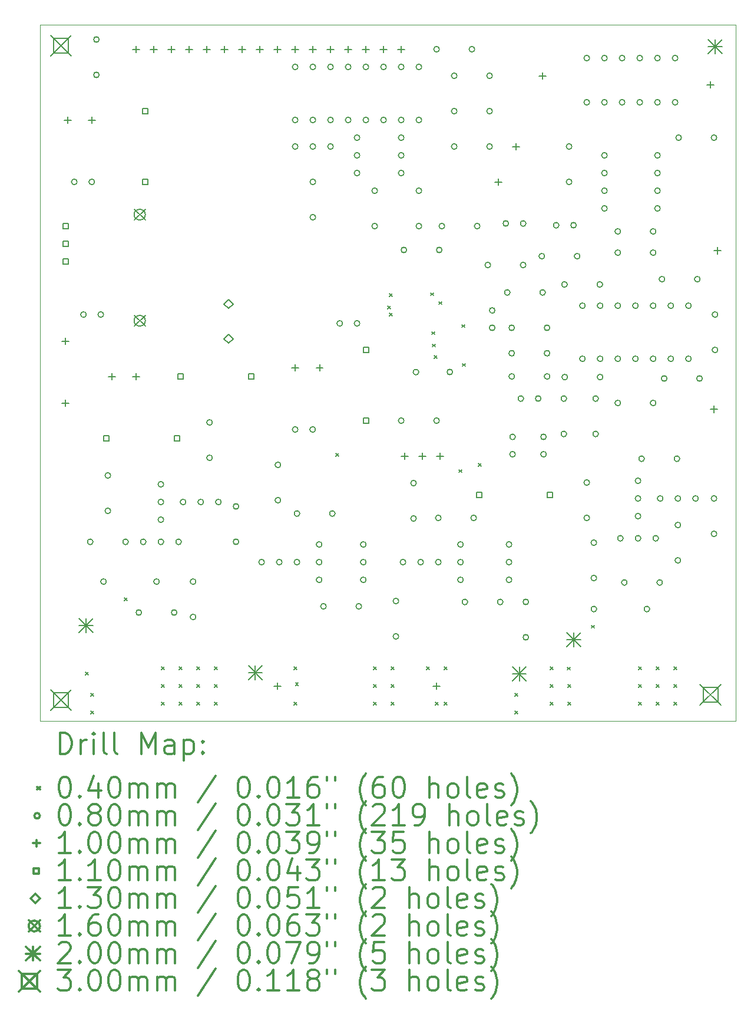
<source format=gbr>
%FSLAX45Y45*%
G04 Gerber Fmt 4.5, Leading zero omitted, Abs format (unit mm)*
G04 Created by KiCad (PCBNEW 5.1.8-5.1.8) date 2021-07-28 16:27:36*
%MOMM*%
%LPD*%
G01*
G04 APERTURE LIST*
%TA.AperFunction,Profile*%
%ADD10C,0.100000*%
%TD*%
%ADD11C,0.200000*%
%ADD12C,0.300000*%
G04 APERTURE END LIST*
D10*
X17384000Y-15489000D02*
X17384000Y-5489000D01*
X7384000Y-15489000D02*
X17384000Y-15489000D01*
X7384000Y-5489000D02*
X7384000Y-15489000D01*
X17384000Y-5489000D02*
X7384000Y-5489000D01*
D11*
X8032500Y-14787500D02*
X8072500Y-14827500D01*
X8072500Y-14787500D02*
X8032500Y-14827500D01*
X8108000Y-15093000D02*
X8148000Y-15133000D01*
X8148000Y-15093000D02*
X8108000Y-15133000D01*
X8108000Y-15347000D02*
X8148000Y-15387000D01*
X8148000Y-15347000D02*
X8108000Y-15387000D01*
X8590600Y-13721400D02*
X8630600Y-13761400D01*
X8630600Y-13721400D02*
X8590600Y-13761400D01*
X9124000Y-14712000D02*
X9164000Y-14752000D01*
X9164000Y-14712000D02*
X9124000Y-14752000D01*
X9124000Y-14966000D02*
X9164000Y-15006000D01*
X9164000Y-14966000D02*
X9124000Y-15006000D01*
X9124000Y-15220000D02*
X9164000Y-15260000D01*
X9164000Y-15220000D02*
X9124000Y-15260000D01*
X9378000Y-14712000D02*
X9418000Y-14752000D01*
X9418000Y-14712000D02*
X9378000Y-14752000D01*
X9378000Y-14966000D02*
X9418000Y-15006000D01*
X9418000Y-14966000D02*
X9378000Y-15006000D01*
X9378000Y-15220000D02*
X9418000Y-15260000D01*
X9418000Y-15220000D02*
X9378000Y-15260000D01*
X9632000Y-14712000D02*
X9672000Y-14752000D01*
X9672000Y-14712000D02*
X9632000Y-14752000D01*
X9632000Y-14966000D02*
X9672000Y-15006000D01*
X9672000Y-14966000D02*
X9632000Y-15006000D01*
X9632000Y-15220000D02*
X9672000Y-15260000D01*
X9672000Y-15220000D02*
X9632000Y-15260000D01*
X9886000Y-14712000D02*
X9926000Y-14752000D01*
X9926000Y-14712000D02*
X9886000Y-14752000D01*
X9886000Y-14966000D02*
X9926000Y-15006000D01*
X9926000Y-14966000D02*
X9886000Y-15006000D01*
X9886000Y-15220000D02*
X9926000Y-15260000D01*
X9926000Y-15220000D02*
X9886000Y-15260000D01*
X11029000Y-14712000D02*
X11069000Y-14752000D01*
X11069000Y-14712000D02*
X11029000Y-14752000D01*
X11029000Y-15220000D02*
X11069000Y-15260000D01*
X11069000Y-15220000D02*
X11029000Y-15260000D01*
X11052000Y-14943000D02*
X11092000Y-14983000D01*
X11092000Y-14943000D02*
X11052000Y-14983000D01*
X11632250Y-11644950D02*
X11672250Y-11684950D01*
X11672250Y-11644950D02*
X11632250Y-11684950D01*
X12172000Y-14712000D02*
X12212000Y-14752000D01*
X12212000Y-14712000D02*
X12172000Y-14752000D01*
X12172000Y-14966000D02*
X12212000Y-15006000D01*
X12212000Y-14966000D02*
X12172000Y-15006000D01*
X12172000Y-15220000D02*
X12212000Y-15260000D01*
X12212000Y-15220000D02*
X12172000Y-15260000D01*
X12375200Y-9530400D02*
X12415200Y-9570400D01*
X12415200Y-9530400D02*
X12375200Y-9570400D01*
X12400600Y-9352600D02*
X12440600Y-9392600D01*
X12440600Y-9352600D02*
X12400600Y-9392600D01*
X12400600Y-9632000D02*
X12440600Y-9672000D01*
X12440600Y-9632000D02*
X12400600Y-9672000D01*
X12426000Y-14712000D02*
X12466000Y-14752000D01*
X12466000Y-14712000D02*
X12426000Y-14752000D01*
X12426000Y-14966000D02*
X12466000Y-15006000D01*
X12466000Y-14966000D02*
X12426000Y-15006000D01*
X12426000Y-15220000D02*
X12466000Y-15260000D01*
X12466000Y-15220000D02*
X12426000Y-15260000D01*
X12934000Y-14712000D02*
X12974000Y-14752000D01*
X12974000Y-14712000D02*
X12934000Y-14752000D01*
X12997500Y-9339900D02*
X13037500Y-9379900D01*
X13037500Y-9339900D02*
X12997500Y-9379900D01*
X13010200Y-9898700D02*
X13050200Y-9938700D01*
X13050200Y-9898700D02*
X13010200Y-9938700D01*
X13022900Y-10076500D02*
X13062900Y-10116500D01*
X13062900Y-10076500D02*
X13022900Y-10116500D01*
X13048300Y-10241600D02*
X13088300Y-10281600D01*
X13088300Y-10241600D02*
X13048300Y-10281600D01*
X13061000Y-15220000D02*
X13101000Y-15260000D01*
X13101000Y-15220000D02*
X13061000Y-15260000D01*
X13111800Y-9466900D02*
X13151800Y-9506900D01*
X13151800Y-9466900D02*
X13111800Y-9506900D01*
X13188000Y-14712000D02*
X13228000Y-14752000D01*
X13228000Y-14712000D02*
X13188000Y-14752000D01*
X13188000Y-15220000D02*
X13228000Y-15260000D01*
X13228000Y-15220000D02*
X13188000Y-15260000D01*
X13403900Y-11879900D02*
X13443900Y-11919900D01*
X13443900Y-11879900D02*
X13403900Y-11919900D01*
X13442000Y-9797100D02*
X13482000Y-9837100D01*
X13482000Y-9797100D02*
X13442000Y-9837100D01*
X13454700Y-10355900D02*
X13494700Y-10395900D01*
X13494700Y-10355900D02*
X13454700Y-10395900D01*
X13683300Y-11791000D02*
X13723300Y-11831000D01*
X13723300Y-11791000D02*
X13683300Y-11831000D01*
X14204000Y-15093000D02*
X14244000Y-15133000D01*
X14244000Y-15093000D02*
X14204000Y-15133000D01*
X14204000Y-15347000D02*
X14244000Y-15387000D01*
X14244000Y-15347000D02*
X14204000Y-15387000D01*
X14712000Y-14712000D02*
X14752000Y-14752000D01*
X14752000Y-14712000D02*
X14712000Y-14752000D01*
X14712000Y-14966000D02*
X14752000Y-15006000D01*
X14752000Y-14966000D02*
X14712000Y-15006000D01*
X14712000Y-15220000D02*
X14752000Y-15260000D01*
X14752000Y-15220000D02*
X14712000Y-15260000D01*
X14961500Y-14716500D02*
X15001500Y-14756500D01*
X15001500Y-14716500D02*
X14961500Y-14756500D01*
X14966000Y-14966000D02*
X15006000Y-15006000D01*
X15006000Y-14966000D02*
X14966000Y-15006000D01*
X14966000Y-15220000D02*
X15006000Y-15260000D01*
X15006000Y-15220000D02*
X14966000Y-15260000D01*
X15308900Y-14115100D02*
X15348900Y-14155100D01*
X15348900Y-14115100D02*
X15308900Y-14155100D01*
X15982000Y-14712000D02*
X16022000Y-14752000D01*
X16022000Y-14712000D02*
X15982000Y-14752000D01*
X15982000Y-14966000D02*
X16022000Y-15006000D01*
X16022000Y-14966000D02*
X15982000Y-15006000D01*
X15982000Y-15220000D02*
X16022000Y-15260000D01*
X16022000Y-15220000D02*
X15982000Y-15260000D01*
X16236000Y-14712000D02*
X16276000Y-14752000D01*
X16276000Y-14712000D02*
X16236000Y-14752000D01*
X16236000Y-14966000D02*
X16276000Y-15006000D01*
X16276000Y-14966000D02*
X16236000Y-15006000D01*
X16236000Y-15220000D02*
X16276000Y-15260000D01*
X16276000Y-15220000D02*
X16236000Y-15260000D01*
X16490000Y-14712000D02*
X16530000Y-14752000D01*
X16530000Y-14712000D02*
X16490000Y-14752000D01*
X16490000Y-14966000D02*
X16530000Y-15006000D01*
X16530000Y-14966000D02*
X16490000Y-15006000D01*
X16490000Y-15220000D02*
X16530000Y-15260000D01*
X16530000Y-15220000D02*
X16490000Y-15260000D01*
X14960000Y-9220000D02*
G75*
G03*
X14960000Y-9220000I-40000J0D01*
G01*
X15468000Y-9220000D02*
G75*
G03*
X15468000Y-9220000I-40000J0D01*
G01*
X12867000Y-7874000D02*
G75*
G03*
X12867000Y-7874000I-40000J0D01*
G01*
X12867000Y-8382000D02*
G75*
G03*
X12867000Y-8382000I-40000J0D01*
G01*
X16016600Y-12039600D02*
G75*
G03*
X16016600Y-12039600I-40000J0D01*
G01*
X16016600Y-12293600D02*
G75*
G03*
X16016600Y-12293600I-40000J0D01*
G01*
X16016600Y-12547600D02*
G75*
G03*
X16016600Y-12547600I-40000J0D01*
G01*
X11089000Y-7239000D02*
G75*
G03*
X11089000Y-7239000I-40000J0D01*
G01*
X11343000Y-7239000D02*
G75*
G03*
X11343000Y-7239000I-40000J0D01*
G01*
X11597000Y-7239000D02*
G75*
G03*
X11597000Y-7239000I-40000J0D01*
G01*
X12536800Y-13766800D02*
G75*
G03*
X12536800Y-13766800I-40000J0D01*
G01*
X12536800Y-14274800D02*
G75*
G03*
X12536800Y-14274800I-40000J0D01*
G01*
X8396600Y-11963400D02*
G75*
G03*
X8396600Y-11963400I-40000J0D01*
G01*
X8396600Y-12471400D02*
G75*
G03*
X8396600Y-12471400I-40000J0D01*
G01*
X14632300Y-8813800D02*
G75*
G03*
X14632300Y-8813800I-40000J0D01*
G01*
X15140300Y-8813800D02*
G75*
G03*
X15140300Y-8813800I-40000J0D01*
G01*
X12638400Y-13208000D02*
G75*
G03*
X12638400Y-13208000I-40000J0D01*
G01*
X12892400Y-13208000D02*
G75*
G03*
X12892400Y-13208000I-40000J0D01*
G01*
X13146400Y-13208000D02*
G75*
G03*
X13146400Y-13208000I-40000J0D01*
G01*
X16042000Y-6604000D02*
G75*
G03*
X16042000Y-6604000I-40000J0D01*
G01*
X16296000Y-6604000D02*
G75*
G03*
X16296000Y-6604000I-40000J0D01*
G01*
X16550000Y-6604000D02*
G75*
G03*
X16550000Y-6604000I-40000J0D01*
G01*
X12790000Y-12072000D02*
G75*
G03*
X12790000Y-12072000I-40000J0D01*
G01*
X12790000Y-12580000D02*
G75*
G03*
X12790000Y-12580000I-40000J0D01*
G01*
X15381600Y-13881100D02*
G75*
G03*
X15381600Y-13881100I-40000J0D01*
G01*
X16143600Y-13881100D02*
G75*
G03*
X16143600Y-13881100I-40000J0D01*
G01*
X7914000Y-7747000D02*
G75*
G03*
X7914000Y-7747000I-40000J0D01*
G01*
X8164000Y-7747000D02*
G75*
G03*
X8164000Y-7747000I-40000J0D01*
G01*
X15026000Y-7239000D02*
G75*
G03*
X15026000Y-7239000I-40000J0D01*
G01*
X15026000Y-7747000D02*
G75*
G03*
X15026000Y-7747000I-40000J0D01*
G01*
X11114400Y-12509500D02*
G75*
G03*
X11114400Y-12509500I-40000J0D01*
G01*
X11622400Y-12509500D02*
G75*
G03*
X11622400Y-12509500I-40000J0D01*
G01*
X13375000Y-6223000D02*
G75*
G03*
X13375000Y-6223000I-40000J0D01*
G01*
X13883000Y-6223000D02*
G75*
G03*
X13883000Y-6223000I-40000J0D01*
G01*
X15534000Y-7366000D02*
G75*
G03*
X15534000Y-7366000I-40000J0D01*
G01*
X15534000Y-7620000D02*
G75*
G03*
X15534000Y-7620000I-40000J0D01*
G01*
X15534000Y-7874000D02*
G75*
G03*
X15534000Y-7874000I-40000J0D01*
G01*
X15534000Y-8128000D02*
G75*
G03*
X15534000Y-8128000I-40000J0D01*
G01*
X16296000Y-7366000D02*
G75*
G03*
X16296000Y-7366000I-40000J0D01*
G01*
X16296000Y-7620000D02*
G75*
G03*
X16296000Y-7620000I-40000J0D01*
G01*
X16296000Y-7874000D02*
G75*
G03*
X16296000Y-7874000I-40000J0D01*
G01*
X16296000Y-8128000D02*
G75*
G03*
X16296000Y-8128000I-40000J0D01*
G01*
X15724500Y-8458200D02*
G75*
G03*
X15724500Y-8458200I-40000J0D01*
G01*
X16232500Y-8458200D02*
G75*
G03*
X16232500Y-8458200I-40000J0D01*
G01*
X16042000Y-5969000D02*
G75*
G03*
X16042000Y-5969000I-40000J0D01*
G01*
X16296000Y-5969000D02*
G75*
G03*
X16296000Y-5969000I-40000J0D01*
G01*
X16550000Y-5969000D02*
G75*
G03*
X16550000Y-5969000I-40000J0D01*
G01*
X15280000Y-12065000D02*
G75*
G03*
X15280000Y-12065000I-40000J0D01*
G01*
X15280000Y-12573000D02*
G75*
G03*
X15280000Y-12573000I-40000J0D01*
G01*
X14331500Y-10858500D02*
G75*
G03*
X14331500Y-10858500I-40000J0D01*
G01*
X14581500Y-10858500D02*
G75*
G03*
X14581500Y-10858500I-40000J0D01*
G01*
X14657700Y-11408600D02*
G75*
G03*
X14657700Y-11408600I-40000J0D01*
G01*
X14657700Y-11658600D02*
G75*
G03*
X14657700Y-11658600I-40000J0D01*
G01*
X8333100Y-13487400D02*
G75*
G03*
X8333100Y-13487400I-40000J0D01*
G01*
X9095100Y-13487400D02*
G75*
G03*
X9095100Y-13487400I-40000J0D01*
G01*
X11343000Y-7747000D02*
G75*
G03*
X11343000Y-7747000I-40000J0D01*
G01*
X11343000Y-8255000D02*
G75*
G03*
X11343000Y-8255000I-40000J0D01*
G01*
X16067400Y-11722100D02*
G75*
G03*
X16067400Y-11722100I-40000J0D01*
G01*
X16575400Y-11722100D02*
G75*
G03*
X16575400Y-11722100I-40000J0D01*
G01*
X14200500Y-9842500D02*
G75*
G03*
X14200500Y-9842500I-40000J0D01*
G01*
X14708500Y-9842500D02*
G75*
G03*
X14708500Y-9842500I-40000J0D01*
G01*
X8045000Y-9652000D02*
G75*
G03*
X8045000Y-9652000I-40000J0D01*
G01*
X8295000Y-9652000D02*
G75*
G03*
X8295000Y-9652000I-40000J0D01*
G01*
X8841100Y-13931900D02*
G75*
G03*
X8841100Y-13931900I-40000J0D01*
G01*
X9349100Y-13931900D02*
G75*
G03*
X9349100Y-13931900I-40000J0D01*
G01*
X16334100Y-12293600D02*
G75*
G03*
X16334100Y-12293600I-40000J0D01*
G01*
X16588100Y-12293600D02*
G75*
G03*
X16588100Y-12293600I-40000J0D01*
G01*
X16842100Y-12293600D02*
G75*
G03*
X16842100Y-12293600I-40000J0D01*
G01*
X13375000Y-6731000D02*
G75*
G03*
X13375000Y-6731000I-40000J0D01*
G01*
X13883000Y-6731000D02*
G75*
G03*
X13883000Y-6731000I-40000J0D01*
G01*
X14949800Y-10858500D02*
G75*
G03*
X14949800Y-10858500I-40000J0D01*
G01*
X14949800Y-11366500D02*
G75*
G03*
X14949800Y-11366500I-40000J0D01*
G01*
X13375000Y-7239000D02*
G75*
G03*
X13375000Y-7239000I-40000J0D01*
G01*
X13883000Y-7239000D02*
G75*
G03*
X13883000Y-7239000I-40000J0D01*
G01*
X11495400Y-13843000D02*
G75*
G03*
X11495400Y-13843000I-40000J0D01*
G01*
X12003400Y-13843000D02*
G75*
G03*
X12003400Y-13843000I-40000J0D01*
G01*
X15407000Y-10858500D02*
G75*
G03*
X15407000Y-10858500I-40000J0D01*
G01*
X15407000Y-11366500D02*
G75*
G03*
X15407000Y-11366500I-40000J0D01*
G01*
X13197200Y-8382000D02*
G75*
G03*
X13197200Y-8382000I-40000J0D01*
G01*
X13705200Y-8382000D02*
G75*
G03*
X13705200Y-8382000I-40000J0D01*
G01*
X15820000Y-13500000D02*
G75*
G03*
X15820000Y-13500000I-40000J0D01*
G01*
X16328000Y-13500000D02*
G75*
G03*
X16328000Y-13500000I-40000J0D01*
G01*
X16359500Y-9144000D02*
G75*
G03*
X16359500Y-9144000I-40000J0D01*
G01*
X16867500Y-9144000D02*
G75*
G03*
X16867500Y-9144000I-40000J0D01*
G01*
X10238100Y-12407900D02*
G75*
G03*
X10238100Y-12407900I-40000J0D01*
G01*
X10238100Y-12915900D02*
G75*
G03*
X10238100Y-12915900I-40000J0D01*
G01*
X14200568Y-10207726D02*
G75*
G03*
X14200568Y-10207726I-40000J0D01*
G01*
X14708568Y-10207726D02*
G75*
G03*
X14708568Y-10207726I-40000J0D01*
G01*
X13857600Y-8940800D02*
G75*
G03*
X13857600Y-8940800I-40000J0D01*
G01*
X14365600Y-8940800D02*
G75*
G03*
X14365600Y-8940800I-40000J0D01*
G01*
X16392000Y-10570000D02*
G75*
G03*
X16392000Y-10570000I-40000J0D01*
G01*
X16900000Y-10570000D02*
G75*
G03*
X16900000Y-10570000I-40000J0D01*
G01*
X14839500Y-8369300D02*
G75*
G03*
X14839500Y-8369300I-40000J0D01*
G01*
X15089500Y-8369300D02*
G75*
G03*
X15089500Y-8369300I-40000J0D01*
G01*
X9857100Y-11201400D02*
G75*
G03*
X9857100Y-11201400I-40000J0D01*
G01*
X9857100Y-11709400D02*
G75*
G03*
X9857100Y-11709400I-40000J0D01*
G01*
X13146400Y-12573000D02*
G75*
G03*
X13146400Y-12573000I-40000J0D01*
G01*
X13654400Y-12573000D02*
G75*
G03*
X13654400Y-12573000I-40000J0D01*
G01*
X10606400Y-13208000D02*
G75*
G03*
X10606400Y-13208000I-40000J0D01*
G01*
X10860400Y-13208000D02*
G75*
G03*
X10860400Y-13208000I-40000J0D01*
G01*
X11114400Y-13208000D02*
G75*
G03*
X11114400Y-13208000I-40000J0D01*
G01*
X11089000Y-6096000D02*
G75*
G03*
X11089000Y-6096000I-40000J0D01*
G01*
X11089000Y-6858000D02*
G75*
G03*
X11089000Y-6858000I-40000J0D01*
G01*
X11343000Y-6096000D02*
G75*
G03*
X11343000Y-6096000I-40000J0D01*
G01*
X11343000Y-6858000D02*
G75*
G03*
X11343000Y-6858000I-40000J0D01*
G01*
X11597000Y-6096000D02*
G75*
G03*
X11597000Y-6096000I-40000J0D01*
G01*
X11597000Y-6858000D02*
G75*
G03*
X11597000Y-6858000I-40000J0D01*
G01*
X11851000Y-6096000D02*
G75*
G03*
X11851000Y-6096000I-40000J0D01*
G01*
X11851000Y-6858000D02*
G75*
G03*
X11851000Y-6858000I-40000J0D01*
G01*
X12105000Y-6096000D02*
G75*
G03*
X12105000Y-6096000I-40000J0D01*
G01*
X12105000Y-6858000D02*
G75*
G03*
X12105000Y-6858000I-40000J0D01*
G01*
X12359000Y-6096000D02*
G75*
G03*
X12359000Y-6096000I-40000J0D01*
G01*
X12359000Y-6858000D02*
G75*
G03*
X12359000Y-6858000I-40000J0D01*
G01*
X12613000Y-6096000D02*
G75*
G03*
X12613000Y-6096000I-40000J0D01*
G01*
X12613000Y-6858000D02*
G75*
G03*
X12613000Y-6858000I-40000J0D01*
G01*
X12867000Y-6096000D02*
G75*
G03*
X12867000Y-6096000I-40000J0D01*
G01*
X12867000Y-6858000D02*
G75*
G03*
X12867000Y-6858000I-40000J0D01*
G01*
X14137000Y-9334500D02*
G75*
G03*
X14137000Y-9334500I-40000J0D01*
G01*
X14645000Y-9334500D02*
G75*
G03*
X14645000Y-9334500I-40000J0D01*
G01*
X9620000Y-13487400D02*
G75*
G03*
X9620000Y-13487400I-40000J0D01*
G01*
X9620000Y-13995400D02*
G75*
G03*
X9620000Y-13995400I-40000J0D01*
G01*
X12613000Y-11176000D02*
G75*
G03*
X12613000Y-11176000I-40000J0D01*
G01*
X13121000Y-11176000D02*
G75*
G03*
X13121000Y-11176000I-40000J0D01*
G01*
X16588100Y-12674600D02*
G75*
G03*
X16588100Y-12674600I-40000J0D01*
G01*
X16588100Y-13182600D02*
G75*
G03*
X16588100Y-13182600I-40000J0D01*
G01*
X9476100Y-12344400D02*
G75*
G03*
X9476100Y-12344400I-40000J0D01*
G01*
X9730100Y-12344400D02*
G75*
G03*
X9730100Y-12344400I-40000J0D01*
G01*
X9984100Y-12344400D02*
G75*
G03*
X9984100Y-12344400I-40000J0D01*
G01*
X10840000Y-11811000D02*
G75*
G03*
X10840000Y-11811000I-40000J0D01*
G01*
X10840000Y-12319000D02*
G75*
G03*
X10840000Y-12319000I-40000J0D01*
G01*
X14115600Y-8343900D02*
G75*
G03*
X14115600Y-8343900I-40000J0D01*
G01*
X14365600Y-8343900D02*
G75*
G03*
X14365600Y-8343900I-40000J0D01*
G01*
X17121500Y-9652000D02*
G75*
G03*
X17121500Y-9652000I-40000J0D01*
G01*
X17121500Y-10160000D02*
G75*
G03*
X17121500Y-10160000I-40000J0D01*
G01*
X15381600Y-12928600D02*
G75*
G03*
X15381600Y-12928600I-40000J0D01*
G01*
X15381600Y-13436600D02*
G75*
G03*
X15381600Y-13436600I-40000J0D01*
G01*
X16600000Y-7112000D02*
G75*
G03*
X16600000Y-7112000I-40000J0D01*
G01*
X17108000Y-7112000D02*
G75*
G03*
X17108000Y-7112000I-40000J0D01*
G01*
X12823500Y-10477500D02*
G75*
G03*
X12823500Y-10477500I-40000J0D01*
G01*
X13311500Y-10477500D02*
G75*
G03*
X13311500Y-10477500I-40000J0D01*
G01*
X11728000Y-9779000D02*
G75*
G03*
X11728000Y-9779000I-40000J0D01*
G01*
X11978000Y-9779000D02*
G75*
G03*
X11978000Y-9779000I-40000J0D01*
G01*
X12066900Y-12954000D02*
G75*
G03*
X12066900Y-12954000I-40000J0D01*
G01*
X12066900Y-13208000D02*
G75*
G03*
X12066900Y-13208000I-40000J0D01*
G01*
X12066900Y-13462000D02*
G75*
G03*
X12066900Y-13462000I-40000J0D01*
G01*
X13920000Y-9592500D02*
G75*
G03*
X13920000Y-9592500I-40000J0D01*
G01*
X13920000Y-9842500D02*
G75*
G03*
X13920000Y-9842500I-40000J0D01*
G01*
X14162400Y-12954000D02*
G75*
G03*
X14162400Y-12954000I-40000J0D01*
G01*
X14162400Y-13208000D02*
G75*
G03*
X14162400Y-13208000I-40000J0D01*
G01*
X14162400Y-13462000D02*
G75*
G03*
X14162400Y-13462000I-40000J0D01*
G01*
X8142600Y-12915900D02*
G75*
G03*
X8142600Y-12915900I-40000J0D01*
G01*
X8650600Y-12915900D02*
G75*
G03*
X8650600Y-12915900I-40000J0D01*
G01*
X15280000Y-6604000D02*
G75*
G03*
X15280000Y-6604000I-40000J0D01*
G01*
X15534000Y-6604000D02*
G75*
G03*
X15534000Y-6604000I-40000J0D01*
G01*
X15788000Y-6604000D02*
G75*
G03*
X15788000Y-6604000I-40000J0D01*
G01*
X12613000Y-7112000D02*
G75*
G03*
X12613000Y-7112000I-40000J0D01*
G01*
X12613000Y-7366000D02*
G75*
G03*
X12613000Y-7366000I-40000J0D01*
G01*
X12613000Y-7620000D02*
G75*
G03*
X12613000Y-7620000I-40000J0D01*
G01*
X14962500Y-10550000D02*
G75*
G03*
X14962500Y-10550000I-40000J0D01*
G01*
X15470500Y-10550000D02*
G75*
G03*
X15470500Y-10550000I-40000J0D01*
G01*
X13527400Y-13779500D02*
G75*
G03*
X13527400Y-13779500I-40000J0D01*
G01*
X14035400Y-13779500D02*
G75*
G03*
X14035400Y-13779500I-40000J0D01*
G01*
X11978000Y-7112000D02*
G75*
G03*
X11978000Y-7112000I-40000J0D01*
G01*
X11978000Y-7366000D02*
G75*
G03*
X11978000Y-7366000I-40000J0D01*
G01*
X11978000Y-7620000D02*
G75*
G03*
X11978000Y-7620000I-40000J0D01*
G01*
X11431900Y-12954000D02*
G75*
G03*
X11431900Y-12954000I-40000J0D01*
G01*
X11431900Y-13208000D02*
G75*
G03*
X11431900Y-13208000I-40000J0D01*
G01*
X11431900Y-13462000D02*
G75*
G03*
X11431900Y-13462000I-40000J0D01*
G01*
X15762600Y-12865100D02*
G75*
G03*
X15762600Y-12865100I-40000J0D01*
G01*
X16016600Y-12865100D02*
G75*
G03*
X16016600Y-12865100I-40000J0D01*
G01*
X16270600Y-12865100D02*
G75*
G03*
X16270600Y-12865100I-40000J0D01*
G01*
X12651100Y-8724900D02*
G75*
G03*
X12651100Y-8724900I-40000J0D01*
G01*
X13159100Y-8724900D02*
G75*
G03*
X13159100Y-8724900I-40000J0D01*
G01*
X17108800Y-12293600D02*
G75*
G03*
X17108800Y-12293600I-40000J0D01*
G01*
X17108800Y-12801600D02*
G75*
G03*
X17108800Y-12801600I-40000J0D01*
G01*
X13463900Y-12954000D02*
G75*
G03*
X13463900Y-12954000I-40000J0D01*
G01*
X13463900Y-13208000D02*
G75*
G03*
X13463900Y-13208000I-40000J0D01*
G01*
X13463900Y-13462000D02*
G75*
G03*
X13463900Y-13462000I-40000J0D01*
G01*
X15280000Y-5969000D02*
G75*
G03*
X15280000Y-5969000I-40000J0D01*
G01*
X15534000Y-5969000D02*
G75*
G03*
X15534000Y-5969000I-40000J0D01*
G01*
X15788000Y-5969000D02*
G75*
G03*
X15788000Y-5969000I-40000J0D01*
G01*
X15724500Y-8763000D02*
G75*
G03*
X15724500Y-8763000I-40000J0D01*
G01*
X16232500Y-8763000D02*
G75*
G03*
X16232500Y-8763000I-40000J0D01*
G01*
X11089000Y-11303000D02*
G75*
G03*
X11089000Y-11303000I-40000J0D01*
G01*
X11339000Y-11303000D02*
G75*
G03*
X11339000Y-11303000I-40000J0D01*
G01*
X8231500Y-5702300D02*
G75*
G03*
X8231500Y-5702300I-40000J0D01*
G01*
X8231500Y-6210300D02*
G75*
G03*
X8231500Y-6210300I-40000J0D01*
G01*
X14213200Y-11408600D02*
G75*
G03*
X14213200Y-11408600I-40000J0D01*
G01*
X14213200Y-11658600D02*
G75*
G03*
X14213200Y-11658600I-40000J0D01*
G01*
X12232000Y-7874000D02*
G75*
G03*
X12232000Y-7874000I-40000J0D01*
G01*
X12232000Y-8382000D02*
G75*
G03*
X12232000Y-8382000I-40000J0D01*
G01*
X8904600Y-12915900D02*
G75*
G03*
X8904600Y-12915900I-40000J0D01*
G01*
X9158600Y-12915900D02*
G75*
G03*
X9158600Y-12915900I-40000J0D01*
G01*
X9412600Y-12915900D02*
G75*
G03*
X9412600Y-12915900I-40000J0D01*
G01*
X14403700Y-13779500D02*
G75*
G03*
X14403700Y-13779500I-40000J0D01*
G01*
X14403700Y-14287500D02*
G75*
G03*
X14403700Y-14287500I-40000J0D01*
G01*
X9158600Y-12090400D02*
G75*
G03*
X9158600Y-12090400I-40000J0D01*
G01*
X9158600Y-12344400D02*
G75*
G03*
X9158600Y-12344400I-40000J0D01*
G01*
X9158600Y-12598400D02*
G75*
G03*
X9158600Y-12598400I-40000J0D01*
G01*
X15724500Y-10922000D02*
G75*
G03*
X15724500Y-10922000I-40000J0D01*
G01*
X16232500Y-10922000D02*
G75*
G03*
X16232500Y-10922000I-40000J0D01*
G01*
X13121000Y-5842000D02*
G75*
G03*
X13121000Y-5842000I-40000J0D01*
G01*
X13629000Y-5842000D02*
G75*
G03*
X13629000Y-5842000I-40000J0D01*
G01*
X15216500Y-9525000D02*
G75*
G03*
X15216500Y-9525000I-40000J0D01*
G01*
X15216500Y-10287000D02*
G75*
G03*
X15216500Y-10287000I-40000J0D01*
G01*
X15470500Y-9525000D02*
G75*
G03*
X15470500Y-9525000I-40000J0D01*
G01*
X15470500Y-10287000D02*
G75*
G03*
X15470500Y-10287000I-40000J0D01*
G01*
X15724500Y-9525000D02*
G75*
G03*
X15724500Y-9525000I-40000J0D01*
G01*
X15724500Y-10287000D02*
G75*
G03*
X15724500Y-10287000I-40000J0D01*
G01*
X15978500Y-9525000D02*
G75*
G03*
X15978500Y-9525000I-40000J0D01*
G01*
X15978500Y-10287000D02*
G75*
G03*
X15978500Y-10287000I-40000J0D01*
G01*
X16232500Y-9525000D02*
G75*
G03*
X16232500Y-9525000I-40000J0D01*
G01*
X16232500Y-10287000D02*
G75*
G03*
X16232500Y-10287000I-40000J0D01*
G01*
X16486500Y-9525000D02*
G75*
G03*
X16486500Y-9525000I-40000J0D01*
G01*
X16486500Y-10287000D02*
G75*
G03*
X16486500Y-10287000I-40000J0D01*
G01*
X16740500Y-9525000D02*
G75*
G03*
X16740500Y-9525000I-40000J0D01*
G01*
X16740500Y-10287000D02*
G75*
G03*
X16740500Y-10287000I-40000J0D01*
G01*
X14200500Y-10541000D02*
G75*
G03*
X14200500Y-10541000I-40000J0D01*
G01*
X14708500Y-10541000D02*
G75*
G03*
X14708500Y-10541000I-40000J0D01*
G01*
X13970000Y-7697000D02*
X13970000Y-7797000D01*
X13920000Y-7747000D02*
X14020000Y-7747000D01*
X14224000Y-7189000D02*
X14224000Y-7289000D01*
X14174000Y-7239000D02*
X14274000Y-7239000D01*
X7747000Y-10872000D02*
X7747000Y-10972000D01*
X7697000Y-10922000D02*
X7797000Y-10922000D01*
X7747000Y-9983000D02*
X7747000Y-10083000D01*
X7697000Y-10033000D02*
X7797000Y-10033000D01*
X17018000Y-6300000D02*
X17018000Y-6400000D01*
X16968000Y-6350000D02*
X17068000Y-6350000D01*
X13081000Y-14936000D02*
X13081000Y-15036000D01*
X13031000Y-14986000D02*
X13131000Y-14986000D01*
X7778000Y-6808000D02*
X7778000Y-6908000D01*
X7728000Y-6858000D02*
X7828000Y-6858000D01*
X8128000Y-6808000D02*
X8128000Y-6908000D01*
X8078000Y-6858000D02*
X8178000Y-6858000D01*
X14605000Y-6173000D02*
X14605000Y-6273000D01*
X14555000Y-6223000D02*
X14655000Y-6223000D01*
X11049000Y-10364000D02*
X11049000Y-10464000D01*
X10999000Y-10414000D02*
X11099000Y-10414000D01*
X11399000Y-10364000D02*
X11399000Y-10464000D01*
X11349000Y-10414000D02*
X11449000Y-10414000D01*
X8763000Y-5792000D02*
X8763000Y-5892000D01*
X8713000Y-5842000D02*
X8813000Y-5842000D01*
X9017000Y-5792000D02*
X9017000Y-5892000D01*
X8967000Y-5842000D02*
X9067000Y-5842000D01*
X9271000Y-5792000D02*
X9271000Y-5892000D01*
X9221000Y-5842000D02*
X9321000Y-5842000D01*
X9525000Y-5792000D02*
X9525000Y-5892000D01*
X9475000Y-5842000D02*
X9575000Y-5842000D01*
X9779000Y-5792000D02*
X9779000Y-5892000D01*
X9729000Y-5842000D02*
X9829000Y-5842000D01*
X10033000Y-5792000D02*
X10033000Y-5892000D01*
X9983000Y-5842000D02*
X10083000Y-5842000D01*
X10287000Y-5792000D02*
X10287000Y-5892000D01*
X10237000Y-5842000D02*
X10337000Y-5842000D01*
X10541000Y-5792000D02*
X10541000Y-5892000D01*
X10491000Y-5842000D02*
X10591000Y-5842000D01*
X10795000Y-5792000D02*
X10795000Y-5892000D01*
X10745000Y-5842000D02*
X10845000Y-5842000D01*
X11049000Y-5792000D02*
X11049000Y-5892000D01*
X10999000Y-5842000D02*
X11099000Y-5842000D01*
X11303000Y-5792000D02*
X11303000Y-5892000D01*
X11253000Y-5842000D02*
X11353000Y-5842000D01*
X11557000Y-5792000D02*
X11557000Y-5892000D01*
X11507000Y-5842000D02*
X11607000Y-5842000D01*
X11811000Y-5792000D02*
X11811000Y-5892000D01*
X11761000Y-5842000D02*
X11861000Y-5842000D01*
X12065000Y-5792000D02*
X12065000Y-5892000D01*
X12015000Y-5842000D02*
X12115000Y-5842000D01*
X12319000Y-5792000D02*
X12319000Y-5892000D01*
X12269000Y-5842000D02*
X12369000Y-5842000D01*
X12573000Y-5792000D02*
X12573000Y-5892000D01*
X12523000Y-5842000D02*
X12623000Y-5842000D01*
X8413000Y-10491000D02*
X8413000Y-10591000D01*
X8363000Y-10541000D02*
X8463000Y-10541000D01*
X8763000Y-10491000D02*
X8763000Y-10591000D01*
X8713000Y-10541000D02*
X8813000Y-10541000D01*
X12623800Y-11634000D02*
X12623800Y-11734000D01*
X12573800Y-11684000D02*
X12673800Y-11684000D01*
X12877800Y-11634000D02*
X12877800Y-11734000D01*
X12827800Y-11684000D02*
X12927800Y-11684000D01*
X13131800Y-11634000D02*
X13131800Y-11734000D01*
X13081800Y-11684000D02*
X13181800Y-11684000D01*
X17068800Y-10960900D02*
X17068800Y-11060900D01*
X17018800Y-11010900D02*
X17118800Y-11010900D01*
X10795000Y-14936000D02*
X10795000Y-15036000D01*
X10745000Y-14986000D02*
X10845000Y-14986000D01*
X17120000Y-8680000D02*
X17120000Y-8780000D01*
X17070000Y-8730000D02*
X17170000Y-8730000D01*
X8370091Y-11468891D02*
X8370091Y-11391109D01*
X8292309Y-11391109D01*
X8292309Y-11468891D01*
X8370091Y-11468891D01*
X9386091Y-11468891D02*
X9386091Y-11391109D01*
X9308309Y-11391109D01*
X9308309Y-11468891D01*
X9386091Y-11468891D01*
X8928891Y-6769891D02*
X8928891Y-6692109D01*
X8851109Y-6692109D01*
X8851109Y-6769891D01*
X8928891Y-6769891D01*
X8928891Y-7785891D02*
X8928891Y-7708109D01*
X8851109Y-7708109D01*
X8851109Y-7785891D01*
X8928891Y-7785891D01*
X7785891Y-8420891D02*
X7785891Y-8343109D01*
X7708109Y-8343109D01*
X7708109Y-8420891D01*
X7785891Y-8420891D01*
X7785891Y-8674891D02*
X7785891Y-8597109D01*
X7708109Y-8597109D01*
X7708109Y-8674891D01*
X7785891Y-8674891D01*
X7785891Y-8928891D02*
X7785891Y-8851109D01*
X7708109Y-8851109D01*
X7708109Y-8928891D01*
X7785891Y-8928891D01*
X9436891Y-10579891D02*
X9436891Y-10502109D01*
X9359109Y-10502109D01*
X9359109Y-10579891D01*
X9436891Y-10579891D01*
X10452891Y-10579891D02*
X10452891Y-10502109D01*
X10375109Y-10502109D01*
X10375109Y-10579891D01*
X10452891Y-10579891D01*
X12103891Y-10198891D02*
X12103891Y-10121109D01*
X12026109Y-10121109D01*
X12026109Y-10198891D01*
X12103891Y-10198891D01*
X12103891Y-11214891D02*
X12103891Y-11137109D01*
X12026109Y-11137109D01*
X12026109Y-11214891D01*
X12103891Y-11214891D01*
X13729491Y-12281691D02*
X13729491Y-12203909D01*
X13651709Y-12203909D01*
X13651709Y-12281691D01*
X13729491Y-12281691D01*
X14745491Y-12281691D02*
X14745491Y-12203909D01*
X14667709Y-12203909D01*
X14667709Y-12281691D01*
X14745491Y-12281691D01*
X10090000Y-9565000D02*
X10155000Y-9500000D01*
X10090000Y-9435000D01*
X10025000Y-9500000D01*
X10090000Y-9565000D01*
X10090000Y-10065000D02*
X10155000Y-10000000D01*
X10090000Y-9935000D01*
X10025000Y-10000000D01*
X10090000Y-10065000D01*
X8733800Y-8136900D02*
X8893800Y-8296900D01*
X8893800Y-8136900D02*
X8733800Y-8296900D01*
X8893800Y-8216900D02*
G75*
G03*
X8893800Y-8216900I-80000J0D01*
G01*
X8733800Y-9660900D02*
X8893800Y-9820900D01*
X8893800Y-9660900D02*
X8733800Y-9820900D01*
X8893800Y-9740900D02*
G75*
G03*
X8893800Y-9740900I-80000J0D01*
G01*
X7940000Y-14020000D02*
X8140000Y-14220000D01*
X8140000Y-14020000D02*
X7940000Y-14220000D01*
X8040000Y-14020000D02*
X8040000Y-14220000D01*
X7940000Y-14120000D02*
X8140000Y-14120000D01*
X10376000Y-14694000D02*
X10576000Y-14894000D01*
X10576000Y-14694000D02*
X10376000Y-14894000D01*
X10476000Y-14694000D02*
X10476000Y-14894000D01*
X10376000Y-14794000D02*
X10576000Y-14794000D01*
X14170000Y-14710000D02*
X14370000Y-14910000D01*
X14370000Y-14710000D02*
X14170000Y-14910000D01*
X14270000Y-14710000D02*
X14270000Y-14910000D01*
X14170000Y-14810000D02*
X14370000Y-14810000D01*
X14950300Y-14220300D02*
X15150300Y-14420300D01*
X15150300Y-14220300D02*
X14950300Y-14420300D01*
X15050300Y-14220300D02*
X15050300Y-14420300D01*
X14950300Y-14320300D02*
X15150300Y-14320300D01*
X16983000Y-5705000D02*
X17183000Y-5905000D01*
X17183000Y-5705000D02*
X16983000Y-5905000D01*
X17083000Y-5705000D02*
X17083000Y-5905000D01*
X16983000Y-5805000D02*
X17183000Y-5805000D01*
X7534000Y-5639000D02*
X7834000Y-5939000D01*
X7834000Y-5639000D02*
X7534000Y-5939000D01*
X7790067Y-5895067D02*
X7790067Y-5682933D01*
X7577933Y-5682933D01*
X7577933Y-5895067D01*
X7790067Y-5895067D01*
X7534000Y-15039000D02*
X7834000Y-15339000D01*
X7834000Y-15039000D02*
X7534000Y-15339000D01*
X7790067Y-15295067D02*
X7790067Y-15082933D01*
X7577933Y-15082933D01*
X7577933Y-15295067D01*
X7790067Y-15295067D01*
X16868000Y-14963000D02*
X17168000Y-15263000D01*
X17168000Y-14963000D02*
X16868000Y-15263000D01*
X17124067Y-15219067D02*
X17124067Y-15006933D01*
X16911933Y-15006933D01*
X16911933Y-15219067D01*
X17124067Y-15219067D01*
D12*
X7665428Y-15959714D02*
X7665428Y-15659714D01*
X7736857Y-15659714D01*
X7779714Y-15674000D01*
X7808286Y-15702571D01*
X7822571Y-15731143D01*
X7836857Y-15788286D01*
X7836857Y-15831143D01*
X7822571Y-15888286D01*
X7808286Y-15916857D01*
X7779714Y-15945429D01*
X7736857Y-15959714D01*
X7665428Y-15959714D01*
X7965428Y-15959714D02*
X7965428Y-15759714D01*
X7965428Y-15816857D02*
X7979714Y-15788286D01*
X7994000Y-15774000D01*
X8022571Y-15759714D01*
X8051143Y-15759714D01*
X8151143Y-15959714D02*
X8151143Y-15759714D01*
X8151143Y-15659714D02*
X8136857Y-15674000D01*
X8151143Y-15688286D01*
X8165428Y-15674000D01*
X8151143Y-15659714D01*
X8151143Y-15688286D01*
X8336857Y-15959714D02*
X8308286Y-15945429D01*
X8294000Y-15916857D01*
X8294000Y-15659714D01*
X8494000Y-15959714D02*
X8465428Y-15945429D01*
X8451143Y-15916857D01*
X8451143Y-15659714D01*
X8836857Y-15959714D02*
X8836857Y-15659714D01*
X8936857Y-15874000D01*
X9036857Y-15659714D01*
X9036857Y-15959714D01*
X9308286Y-15959714D02*
X9308286Y-15802571D01*
X9294000Y-15774000D01*
X9265428Y-15759714D01*
X9208286Y-15759714D01*
X9179714Y-15774000D01*
X9308286Y-15945429D02*
X9279714Y-15959714D01*
X9208286Y-15959714D01*
X9179714Y-15945429D01*
X9165428Y-15916857D01*
X9165428Y-15888286D01*
X9179714Y-15859714D01*
X9208286Y-15845429D01*
X9279714Y-15845429D01*
X9308286Y-15831143D01*
X9451143Y-15759714D02*
X9451143Y-16059714D01*
X9451143Y-15774000D02*
X9479714Y-15759714D01*
X9536857Y-15759714D01*
X9565428Y-15774000D01*
X9579714Y-15788286D01*
X9594000Y-15816857D01*
X9594000Y-15902571D01*
X9579714Y-15931143D01*
X9565428Y-15945429D01*
X9536857Y-15959714D01*
X9479714Y-15959714D01*
X9451143Y-15945429D01*
X9722571Y-15931143D02*
X9736857Y-15945429D01*
X9722571Y-15959714D01*
X9708286Y-15945429D01*
X9722571Y-15931143D01*
X9722571Y-15959714D01*
X9722571Y-15774000D02*
X9736857Y-15788286D01*
X9722571Y-15802571D01*
X9708286Y-15788286D01*
X9722571Y-15774000D01*
X9722571Y-15802571D01*
X7339000Y-16434000D02*
X7379000Y-16474000D01*
X7379000Y-16434000D02*
X7339000Y-16474000D01*
X7722571Y-16289714D02*
X7751143Y-16289714D01*
X7779714Y-16304000D01*
X7794000Y-16318286D01*
X7808286Y-16346857D01*
X7822571Y-16404000D01*
X7822571Y-16475429D01*
X7808286Y-16532571D01*
X7794000Y-16561143D01*
X7779714Y-16575429D01*
X7751143Y-16589714D01*
X7722571Y-16589714D01*
X7694000Y-16575429D01*
X7679714Y-16561143D01*
X7665428Y-16532571D01*
X7651143Y-16475429D01*
X7651143Y-16404000D01*
X7665428Y-16346857D01*
X7679714Y-16318286D01*
X7694000Y-16304000D01*
X7722571Y-16289714D01*
X7951143Y-16561143D02*
X7965428Y-16575429D01*
X7951143Y-16589714D01*
X7936857Y-16575429D01*
X7951143Y-16561143D01*
X7951143Y-16589714D01*
X8222571Y-16389714D02*
X8222571Y-16589714D01*
X8151143Y-16275429D02*
X8079714Y-16489714D01*
X8265428Y-16489714D01*
X8436857Y-16289714D02*
X8465428Y-16289714D01*
X8494000Y-16304000D01*
X8508286Y-16318286D01*
X8522571Y-16346857D01*
X8536857Y-16404000D01*
X8536857Y-16475429D01*
X8522571Y-16532571D01*
X8508286Y-16561143D01*
X8494000Y-16575429D01*
X8465428Y-16589714D01*
X8436857Y-16589714D01*
X8408286Y-16575429D01*
X8394000Y-16561143D01*
X8379714Y-16532571D01*
X8365428Y-16475429D01*
X8365428Y-16404000D01*
X8379714Y-16346857D01*
X8394000Y-16318286D01*
X8408286Y-16304000D01*
X8436857Y-16289714D01*
X8665428Y-16589714D02*
X8665428Y-16389714D01*
X8665428Y-16418286D02*
X8679714Y-16404000D01*
X8708286Y-16389714D01*
X8751143Y-16389714D01*
X8779714Y-16404000D01*
X8794000Y-16432571D01*
X8794000Y-16589714D01*
X8794000Y-16432571D02*
X8808286Y-16404000D01*
X8836857Y-16389714D01*
X8879714Y-16389714D01*
X8908286Y-16404000D01*
X8922571Y-16432571D01*
X8922571Y-16589714D01*
X9065428Y-16589714D02*
X9065428Y-16389714D01*
X9065428Y-16418286D02*
X9079714Y-16404000D01*
X9108286Y-16389714D01*
X9151143Y-16389714D01*
X9179714Y-16404000D01*
X9194000Y-16432571D01*
X9194000Y-16589714D01*
X9194000Y-16432571D02*
X9208286Y-16404000D01*
X9236857Y-16389714D01*
X9279714Y-16389714D01*
X9308286Y-16404000D01*
X9322571Y-16432571D01*
X9322571Y-16589714D01*
X9908286Y-16275429D02*
X9651143Y-16661143D01*
X10294000Y-16289714D02*
X10322571Y-16289714D01*
X10351143Y-16304000D01*
X10365428Y-16318286D01*
X10379714Y-16346857D01*
X10394000Y-16404000D01*
X10394000Y-16475429D01*
X10379714Y-16532571D01*
X10365428Y-16561143D01*
X10351143Y-16575429D01*
X10322571Y-16589714D01*
X10294000Y-16589714D01*
X10265428Y-16575429D01*
X10251143Y-16561143D01*
X10236857Y-16532571D01*
X10222571Y-16475429D01*
X10222571Y-16404000D01*
X10236857Y-16346857D01*
X10251143Y-16318286D01*
X10265428Y-16304000D01*
X10294000Y-16289714D01*
X10522571Y-16561143D02*
X10536857Y-16575429D01*
X10522571Y-16589714D01*
X10508286Y-16575429D01*
X10522571Y-16561143D01*
X10522571Y-16589714D01*
X10722571Y-16289714D02*
X10751143Y-16289714D01*
X10779714Y-16304000D01*
X10794000Y-16318286D01*
X10808286Y-16346857D01*
X10822571Y-16404000D01*
X10822571Y-16475429D01*
X10808286Y-16532571D01*
X10794000Y-16561143D01*
X10779714Y-16575429D01*
X10751143Y-16589714D01*
X10722571Y-16589714D01*
X10694000Y-16575429D01*
X10679714Y-16561143D01*
X10665428Y-16532571D01*
X10651143Y-16475429D01*
X10651143Y-16404000D01*
X10665428Y-16346857D01*
X10679714Y-16318286D01*
X10694000Y-16304000D01*
X10722571Y-16289714D01*
X11108286Y-16589714D02*
X10936857Y-16589714D01*
X11022571Y-16589714D02*
X11022571Y-16289714D01*
X10994000Y-16332571D01*
X10965428Y-16361143D01*
X10936857Y-16375429D01*
X11365428Y-16289714D02*
X11308286Y-16289714D01*
X11279714Y-16304000D01*
X11265428Y-16318286D01*
X11236857Y-16361143D01*
X11222571Y-16418286D01*
X11222571Y-16532571D01*
X11236857Y-16561143D01*
X11251143Y-16575429D01*
X11279714Y-16589714D01*
X11336857Y-16589714D01*
X11365428Y-16575429D01*
X11379714Y-16561143D01*
X11394000Y-16532571D01*
X11394000Y-16461143D01*
X11379714Y-16432571D01*
X11365428Y-16418286D01*
X11336857Y-16404000D01*
X11279714Y-16404000D01*
X11251143Y-16418286D01*
X11236857Y-16432571D01*
X11222571Y-16461143D01*
X11508286Y-16289714D02*
X11508286Y-16346857D01*
X11622571Y-16289714D02*
X11622571Y-16346857D01*
X12065428Y-16704000D02*
X12051143Y-16689714D01*
X12022571Y-16646857D01*
X12008286Y-16618286D01*
X11994000Y-16575429D01*
X11979714Y-16504000D01*
X11979714Y-16446857D01*
X11994000Y-16375429D01*
X12008286Y-16332571D01*
X12022571Y-16304000D01*
X12051143Y-16261143D01*
X12065428Y-16246857D01*
X12308286Y-16289714D02*
X12251143Y-16289714D01*
X12222571Y-16304000D01*
X12208286Y-16318286D01*
X12179714Y-16361143D01*
X12165428Y-16418286D01*
X12165428Y-16532571D01*
X12179714Y-16561143D01*
X12194000Y-16575429D01*
X12222571Y-16589714D01*
X12279714Y-16589714D01*
X12308286Y-16575429D01*
X12322571Y-16561143D01*
X12336857Y-16532571D01*
X12336857Y-16461143D01*
X12322571Y-16432571D01*
X12308286Y-16418286D01*
X12279714Y-16404000D01*
X12222571Y-16404000D01*
X12194000Y-16418286D01*
X12179714Y-16432571D01*
X12165428Y-16461143D01*
X12522571Y-16289714D02*
X12551143Y-16289714D01*
X12579714Y-16304000D01*
X12594000Y-16318286D01*
X12608286Y-16346857D01*
X12622571Y-16404000D01*
X12622571Y-16475429D01*
X12608286Y-16532571D01*
X12594000Y-16561143D01*
X12579714Y-16575429D01*
X12551143Y-16589714D01*
X12522571Y-16589714D01*
X12494000Y-16575429D01*
X12479714Y-16561143D01*
X12465428Y-16532571D01*
X12451143Y-16475429D01*
X12451143Y-16404000D01*
X12465428Y-16346857D01*
X12479714Y-16318286D01*
X12494000Y-16304000D01*
X12522571Y-16289714D01*
X12979714Y-16589714D02*
X12979714Y-16289714D01*
X13108286Y-16589714D02*
X13108286Y-16432571D01*
X13094000Y-16404000D01*
X13065428Y-16389714D01*
X13022571Y-16389714D01*
X12994000Y-16404000D01*
X12979714Y-16418286D01*
X13294000Y-16589714D02*
X13265428Y-16575429D01*
X13251143Y-16561143D01*
X13236857Y-16532571D01*
X13236857Y-16446857D01*
X13251143Y-16418286D01*
X13265428Y-16404000D01*
X13294000Y-16389714D01*
X13336857Y-16389714D01*
X13365428Y-16404000D01*
X13379714Y-16418286D01*
X13394000Y-16446857D01*
X13394000Y-16532571D01*
X13379714Y-16561143D01*
X13365428Y-16575429D01*
X13336857Y-16589714D01*
X13294000Y-16589714D01*
X13565428Y-16589714D02*
X13536857Y-16575429D01*
X13522571Y-16546857D01*
X13522571Y-16289714D01*
X13794000Y-16575429D02*
X13765428Y-16589714D01*
X13708286Y-16589714D01*
X13679714Y-16575429D01*
X13665428Y-16546857D01*
X13665428Y-16432571D01*
X13679714Y-16404000D01*
X13708286Y-16389714D01*
X13765428Y-16389714D01*
X13794000Y-16404000D01*
X13808286Y-16432571D01*
X13808286Y-16461143D01*
X13665428Y-16489714D01*
X13922571Y-16575429D02*
X13951143Y-16589714D01*
X14008286Y-16589714D01*
X14036857Y-16575429D01*
X14051143Y-16546857D01*
X14051143Y-16532571D01*
X14036857Y-16504000D01*
X14008286Y-16489714D01*
X13965428Y-16489714D01*
X13936857Y-16475429D01*
X13922571Y-16446857D01*
X13922571Y-16432571D01*
X13936857Y-16404000D01*
X13965428Y-16389714D01*
X14008286Y-16389714D01*
X14036857Y-16404000D01*
X14151143Y-16704000D02*
X14165428Y-16689714D01*
X14194000Y-16646857D01*
X14208286Y-16618286D01*
X14222571Y-16575429D01*
X14236857Y-16504000D01*
X14236857Y-16446857D01*
X14222571Y-16375429D01*
X14208286Y-16332571D01*
X14194000Y-16304000D01*
X14165428Y-16261143D01*
X14151143Y-16246857D01*
X7379000Y-16850000D02*
G75*
G03*
X7379000Y-16850000I-40000J0D01*
G01*
X7722571Y-16685714D02*
X7751143Y-16685714D01*
X7779714Y-16700000D01*
X7794000Y-16714286D01*
X7808286Y-16742857D01*
X7822571Y-16800000D01*
X7822571Y-16871429D01*
X7808286Y-16928572D01*
X7794000Y-16957143D01*
X7779714Y-16971429D01*
X7751143Y-16985714D01*
X7722571Y-16985714D01*
X7694000Y-16971429D01*
X7679714Y-16957143D01*
X7665428Y-16928572D01*
X7651143Y-16871429D01*
X7651143Y-16800000D01*
X7665428Y-16742857D01*
X7679714Y-16714286D01*
X7694000Y-16700000D01*
X7722571Y-16685714D01*
X7951143Y-16957143D02*
X7965428Y-16971429D01*
X7951143Y-16985714D01*
X7936857Y-16971429D01*
X7951143Y-16957143D01*
X7951143Y-16985714D01*
X8136857Y-16814286D02*
X8108286Y-16800000D01*
X8094000Y-16785714D01*
X8079714Y-16757143D01*
X8079714Y-16742857D01*
X8094000Y-16714286D01*
X8108286Y-16700000D01*
X8136857Y-16685714D01*
X8194000Y-16685714D01*
X8222571Y-16700000D01*
X8236857Y-16714286D01*
X8251143Y-16742857D01*
X8251143Y-16757143D01*
X8236857Y-16785714D01*
X8222571Y-16800000D01*
X8194000Y-16814286D01*
X8136857Y-16814286D01*
X8108286Y-16828572D01*
X8094000Y-16842857D01*
X8079714Y-16871429D01*
X8079714Y-16928572D01*
X8094000Y-16957143D01*
X8108286Y-16971429D01*
X8136857Y-16985714D01*
X8194000Y-16985714D01*
X8222571Y-16971429D01*
X8236857Y-16957143D01*
X8251143Y-16928572D01*
X8251143Y-16871429D01*
X8236857Y-16842857D01*
X8222571Y-16828572D01*
X8194000Y-16814286D01*
X8436857Y-16685714D02*
X8465428Y-16685714D01*
X8494000Y-16700000D01*
X8508286Y-16714286D01*
X8522571Y-16742857D01*
X8536857Y-16800000D01*
X8536857Y-16871429D01*
X8522571Y-16928572D01*
X8508286Y-16957143D01*
X8494000Y-16971429D01*
X8465428Y-16985714D01*
X8436857Y-16985714D01*
X8408286Y-16971429D01*
X8394000Y-16957143D01*
X8379714Y-16928572D01*
X8365428Y-16871429D01*
X8365428Y-16800000D01*
X8379714Y-16742857D01*
X8394000Y-16714286D01*
X8408286Y-16700000D01*
X8436857Y-16685714D01*
X8665428Y-16985714D02*
X8665428Y-16785714D01*
X8665428Y-16814286D02*
X8679714Y-16800000D01*
X8708286Y-16785714D01*
X8751143Y-16785714D01*
X8779714Y-16800000D01*
X8794000Y-16828572D01*
X8794000Y-16985714D01*
X8794000Y-16828572D02*
X8808286Y-16800000D01*
X8836857Y-16785714D01*
X8879714Y-16785714D01*
X8908286Y-16800000D01*
X8922571Y-16828572D01*
X8922571Y-16985714D01*
X9065428Y-16985714D02*
X9065428Y-16785714D01*
X9065428Y-16814286D02*
X9079714Y-16800000D01*
X9108286Y-16785714D01*
X9151143Y-16785714D01*
X9179714Y-16800000D01*
X9194000Y-16828572D01*
X9194000Y-16985714D01*
X9194000Y-16828572D02*
X9208286Y-16800000D01*
X9236857Y-16785714D01*
X9279714Y-16785714D01*
X9308286Y-16800000D01*
X9322571Y-16828572D01*
X9322571Y-16985714D01*
X9908286Y-16671429D02*
X9651143Y-17057143D01*
X10294000Y-16685714D02*
X10322571Y-16685714D01*
X10351143Y-16700000D01*
X10365428Y-16714286D01*
X10379714Y-16742857D01*
X10394000Y-16800000D01*
X10394000Y-16871429D01*
X10379714Y-16928572D01*
X10365428Y-16957143D01*
X10351143Y-16971429D01*
X10322571Y-16985714D01*
X10294000Y-16985714D01*
X10265428Y-16971429D01*
X10251143Y-16957143D01*
X10236857Y-16928572D01*
X10222571Y-16871429D01*
X10222571Y-16800000D01*
X10236857Y-16742857D01*
X10251143Y-16714286D01*
X10265428Y-16700000D01*
X10294000Y-16685714D01*
X10522571Y-16957143D02*
X10536857Y-16971429D01*
X10522571Y-16985714D01*
X10508286Y-16971429D01*
X10522571Y-16957143D01*
X10522571Y-16985714D01*
X10722571Y-16685714D02*
X10751143Y-16685714D01*
X10779714Y-16700000D01*
X10794000Y-16714286D01*
X10808286Y-16742857D01*
X10822571Y-16800000D01*
X10822571Y-16871429D01*
X10808286Y-16928572D01*
X10794000Y-16957143D01*
X10779714Y-16971429D01*
X10751143Y-16985714D01*
X10722571Y-16985714D01*
X10694000Y-16971429D01*
X10679714Y-16957143D01*
X10665428Y-16928572D01*
X10651143Y-16871429D01*
X10651143Y-16800000D01*
X10665428Y-16742857D01*
X10679714Y-16714286D01*
X10694000Y-16700000D01*
X10722571Y-16685714D01*
X10922571Y-16685714D02*
X11108286Y-16685714D01*
X11008286Y-16800000D01*
X11051143Y-16800000D01*
X11079714Y-16814286D01*
X11094000Y-16828572D01*
X11108286Y-16857143D01*
X11108286Y-16928572D01*
X11094000Y-16957143D01*
X11079714Y-16971429D01*
X11051143Y-16985714D01*
X10965428Y-16985714D01*
X10936857Y-16971429D01*
X10922571Y-16957143D01*
X11394000Y-16985714D02*
X11222571Y-16985714D01*
X11308286Y-16985714D02*
X11308286Y-16685714D01*
X11279714Y-16728571D01*
X11251143Y-16757143D01*
X11222571Y-16771429D01*
X11508286Y-16685714D02*
X11508286Y-16742857D01*
X11622571Y-16685714D02*
X11622571Y-16742857D01*
X12065428Y-17100000D02*
X12051143Y-17085714D01*
X12022571Y-17042857D01*
X12008286Y-17014286D01*
X11994000Y-16971429D01*
X11979714Y-16900000D01*
X11979714Y-16842857D01*
X11994000Y-16771429D01*
X12008286Y-16728571D01*
X12022571Y-16700000D01*
X12051143Y-16657143D01*
X12065428Y-16642857D01*
X12165428Y-16714286D02*
X12179714Y-16700000D01*
X12208286Y-16685714D01*
X12279714Y-16685714D01*
X12308286Y-16700000D01*
X12322571Y-16714286D01*
X12336857Y-16742857D01*
X12336857Y-16771429D01*
X12322571Y-16814286D01*
X12151143Y-16985714D01*
X12336857Y-16985714D01*
X12622571Y-16985714D02*
X12451143Y-16985714D01*
X12536857Y-16985714D02*
X12536857Y-16685714D01*
X12508286Y-16728571D01*
X12479714Y-16757143D01*
X12451143Y-16771429D01*
X12765428Y-16985714D02*
X12822571Y-16985714D01*
X12851143Y-16971429D01*
X12865428Y-16957143D01*
X12894000Y-16914286D01*
X12908286Y-16857143D01*
X12908286Y-16742857D01*
X12894000Y-16714286D01*
X12879714Y-16700000D01*
X12851143Y-16685714D01*
X12794000Y-16685714D01*
X12765428Y-16700000D01*
X12751143Y-16714286D01*
X12736857Y-16742857D01*
X12736857Y-16814286D01*
X12751143Y-16842857D01*
X12765428Y-16857143D01*
X12794000Y-16871429D01*
X12851143Y-16871429D01*
X12879714Y-16857143D01*
X12894000Y-16842857D01*
X12908286Y-16814286D01*
X13265428Y-16985714D02*
X13265428Y-16685714D01*
X13394000Y-16985714D02*
X13394000Y-16828572D01*
X13379714Y-16800000D01*
X13351143Y-16785714D01*
X13308286Y-16785714D01*
X13279714Y-16800000D01*
X13265428Y-16814286D01*
X13579714Y-16985714D02*
X13551143Y-16971429D01*
X13536857Y-16957143D01*
X13522571Y-16928572D01*
X13522571Y-16842857D01*
X13536857Y-16814286D01*
X13551143Y-16800000D01*
X13579714Y-16785714D01*
X13622571Y-16785714D01*
X13651143Y-16800000D01*
X13665428Y-16814286D01*
X13679714Y-16842857D01*
X13679714Y-16928572D01*
X13665428Y-16957143D01*
X13651143Y-16971429D01*
X13622571Y-16985714D01*
X13579714Y-16985714D01*
X13851143Y-16985714D02*
X13822571Y-16971429D01*
X13808286Y-16942857D01*
X13808286Y-16685714D01*
X14079714Y-16971429D02*
X14051143Y-16985714D01*
X13994000Y-16985714D01*
X13965428Y-16971429D01*
X13951143Y-16942857D01*
X13951143Y-16828572D01*
X13965428Y-16800000D01*
X13994000Y-16785714D01*
X14051143Y-16785714D01*
X14079714Y-16800000D01*
X14094000Y-16828572D01*
X14094000Y-16857143D01*
X13951143Y-16885714D01*
X14208286Y-16971429D02*
X14236857Y-16985714D01*
X14294000Y-16985714D01*
X14322571Y-16971429D01*
X14336857Y-16942857D01*
X14336857Y-16928572D01*
X14322571Y-16900000D01*
X14294000Y-16885714D01*
X14251143Y-16885714D01*
X14222571Y-16871429D01*
X14208286Y-16842857D01*
X14208286Y-16828572D01*
X14222571Y-16800000D01*
X14251143Y-16785714D01*
X14294000Y-16785714D01*
X14322571Y-16800000D01*
X14436857Y-17100000D02*
X14451143Y-17085714D01*
X14479714Y-17042857D01*
X14494000Y-17014286D01*
X14508286Y-16971429D01*
X14522571Y-16900000D01*
X14522571Y-16842857D01*
X14508286Y-16771429D01*
X14494000Y-16728571D01*
X14479714Y-16700000D01*
X14451143Y-16657143D01*
X14436857Y-16642857D01*
X7329000Y-17196000D02*
X7329000Y-17296000D01*
X7279000Y-17246000D02*
X7379000Y-17246000D01*
X7822571Y-17381714D02*
X7651143Y-17381714D01*
X7736857Y-17381714D02*
X7736857Y-17081714D01*
X7708286Y-17124572D01*
X7679714Y-17153143D01*
X7651143Y-17167429D01*
X7951143Y-17353143D02*
X7965428Y-17367429D01*
X7951143Y-17381714D01*
X7936857Y-17367429D01*
X7951143Y-17353143D01*
X7951143Y-17381714D01*
X8151143Y-17081714D02*
X8179714Y-17081714D01*
X8208286Y-17096000D01*
X8222571Y-17110286D01*
X8236857Y-17138857D01*
X8251143Y-17196000D01*
X8251143Y-17267429D01*
X8236857Y-17324572D01*
X8222571Y-17353143D01*
X8208286Y-17367429D01*
X8179714Y-17381714D01*
X8151143Y-17381714D01*
X8122571Y-17367429D01*
X8108286Y-17353143D01*
X8094000Y-17324572D01*
X8079714Y-17267429D01*
X8079714Y-17196000D01*
X8094000Y-17138857D01*
X8108286Y-17110286D01*
X8122571Y-17096000D01*
X8151143Y-17081714D01*
X8436857Y-17081714D02*
X8465428Y-17081714D01*
X8494000Y-17096000D01*
X8508286Y-17110286D01*
X8522571Y-17138857D01*
X8536857Y-17196000D01*
X8536857Y-17267429D01*
X8522571Y-17324572D01*
X8508286Y-17353143D01*
X8494000Y-17367429D01*
X8465428Y-17381714D01*
X8436857Y-17381714D01*
X8408286Y-17367429D01*
X8394000Y-17353143D01*
X8379714Y-17324572D01*
X8365428Y-17267429D01*
X8365428Y-17196000D01*
X8379714Y-17138857D01*
X8394000Y-17110286D01*
X8408286Y-17096000D01*
X8436857Y-17081714D01*
X8665428Y-17381714D02*
X8665428Y-17181714D01*
X8665428Y-17210286D02*
X8679714Y-17196000D01*
X8708286Y-17181714D01*
X8751143Y-17181714D01*
X8779714Y-17196000D01*
X8794000Y-17224572D01*
X8794000Y-17381714D01*
X8794000Y-17224572D02*
X8808286Y-17196000D01*
X8836857Y-17181714D01*
X8879714Y-17181714D01*
X8908286Y-17196000D01*
X8922571Y-17224572D01*
X8922571Y-17381714D01*
X9065428Y-17381714D02*
X9065428Y-17181714D01*
X9065428Y-17210286D02*
X9079714Y-17196000D01*
X9108286Y-17181714D01*
X9151143Y-17181714D01*
X9179714Y-17196000D01*
X9194000Y-17224572D01*
X9194000Y-17381714D01*
X9194000Y-17224572D02*
X9208286Y-17196000D01*
X9236857Y-17181714D01*
X9279714Y-17181714D01*
X9308286Y-17196000D01*
X9322571Y-17224572D01*
X9322571Y-17381714D01*
X9908286Y-17067429D02*
X9651143Y-17453143D01*
X10294000Y-17081714D02*
X10322571Y-17081714D01*
X10351143Y-17096000D01*
X10365428Y-17110286D01*
X10379714Y-17138857D01*
X10394000Y-17196000D01*
X10394000Y-17267429D01*
X10379714Y-17324572D01*
X10365428Y-17353143D01*
X10351143Y-17367429D01*
X10322571Y-17381714D01*
X10294000Y-17381714D01*
X10265428Y-17367429D01*
X10251143Y-17353143D01*
X10236857Y-17324572D01*
X10222571Y-17267429D01*
X10222571Y-17196000D01*
X10236857Y-17138857D01*
X10251143Y-17110286D01*
X10265428Y-17096000D01*
X10294000Y-17081714D01*
X10522571Y-17353143D02*
X10536857Y-17367429D01*
X10522571Y-17381714D01*
X10508286Y-17367429D01*
X10522571Y-17353143D01*
X10522571Y-17381714D01*
X10722571Y-17081714D02*
X10751143Y-17081714D01*
X10779714Y-17096000D01*
X10794000Y-17110286D01*
X10808286Y-17138857D01*
X10822571Y-17196000D01*
X10822571Y-17267429D01*
X10808286Y-17324572D01*
X10794000Y-17353143D01*
X10779714Y-17367429D01*
X10751143Y-17381714D01*
X10722571Y-17381714D01*
X10694000Y-17367429D01*
X10679714Y-17353143D01*
X10665428Y-17324572D01*
X10651143Y-17267429D01*
X10651143Y-17196000D01*
X10665428Y-17138857D01*
X10679714Y-17110286D01*
X10694000Y-17096000D01*
X10722571Y-17081714D01*
X10922571Y-17081714D02*
X11108286Y-17081714D01*
X11008286Y-17196000D01*
X11051143Y-17196000D01*
X11079714Y-17210286D01*
X11094000Y-17224572D01*
X11108286Y-17253143D01*
X11108286Y-17324572D01*
X11094000Y-17353143D01*
X11079714Y-17367429D01*
X11051143Y-17381714D01*
X10965428Y-17381714D01*
X10936857Y-17367429D01*
X10922571Y-17353143D01*
X11251143Y-17381714D02*
X11308286Y-17381714D01*
X11336857Y-17367429D01*
X11351143Y-17353143D01*
X11379714Y-17310286D01*
X11394000Y-17253143D01*
X11394000Y-17138857D01*
X11379714Y-17110286D01*
X11365428Y-17096000D01*
X11336857Y-17081714D01*
X11279714Y-17081714D01*
X11251143Y-17096000D01*
X11236857Y-17110286D01*
X11222571Y-17138857D01*
X11222571Y-17210286D01*
X11236857Y-17238857D01*
X11251143Y-17253143D01*
X11279714Y-17267429D01*
X11336857Y-17267429D01*
X11365428Y-17253143D01*
X11379714Y-17238857D01*
X11394000Y-17210286D01*
X11508286Y-17081714D02*
X11508286Y-17138857D01*
X11622571Y-17081714D02*
X11622571Y-17138857D01*
X12065428Y-17496000D02*
X12051143Y-17481714D01*
X12022571Y-17438857D01*
X12008286Y-17410286D01*
X11994000Y-17367429D01*
X11979714Y-17296000D01*
X11979714Y-17238857D01*
X11994000Y-17167429D01*
X12008286Y-17124572D01*
X12022571Y-17096000D01*
X12051143Y-17053143D01*
X12065428Y-17038857D01*
X12151143Y-17081714D02*
X12336857Y-17081714D01*
X12236857Y-17196000D01*
X12279714Y-17196000D01*
X12308286Y-17210286D01*
X12322571Y-17224572D01*
X12336857Y-17253143D01*
X12336857Y-17324572D01*
X12322571Y-17353143D01*
X12308286Y-17367429D01*
X12279714Y-17381714D01*
X12194000Y-17381714D01*
X12165428Y-17367429D01*
X12151143Y-17353143D01*
X12608286Y-17081714D02*
X12465428Y-17081714D01*
X12451143Y-17224572D01*
X12465428Y-17210286D01*
X12494000Y-17196000D01*
X12565428Y-17196000D01*
X12594000Y-17210286D01*
X12608286Y-17224572D01*
X12622571Y-17253143D01*
X12622571Y-17324572D01*
X12608286Y-17353143D01*
X12594000Y-17367429D01*
X12565428Y-17381714D01*
X12494000Y-17381714D01*
X12465428Y-17367429D01*
X12451143Y-17353143D01*
X12979714Y-17381714D02*
X12979714Y-17081714D01*
X13108286Y-17381714D02*
X13108286Y-17224572D01*
X13094000Y-17196000D01*
X13065428Y-17181714D01*
X13022571Y-17181714D01*
X12994000Y-17196000D01*
X12979714Y-17210286D01*
X13294000Y-17381714D02*
X13265428Y-17367429D01*
X13251143Y-17353143D01*
X13236857Y-17324572D01*
X13236857Y-17238857D01*
X13251143Y-17210286D01*
X13265428Y-17196000D01*
X13294000Y-17181714D01*
X13336857Y-17181714D01*
X13365428Y-17196000D01*
X13379714Y-17210286D01*
X13394000Y-17238857D01*
X13394000Y-17324572D01*
X13379714Y-17353143D01*
X13365428Y-17367429D01*
X13336857Y-17381714D01*
X13294000Y-17381714D01*
X13565428Y-17381714D02*
X13536857Y-17367429D01*
X13522571Y-17338857D01*
X13522571Y-17081714D01*
X13794000Y-17367429D02*
X13765428Y-17381714D01*
X13708286Y-17381714D01*
X13679714Y-17367429D01*
X13665428Y-17338857D01*
X13665428Y-17224572D01*
X13679714Y-17196000D01*
X13708286Y-17181714D01*
X13765428Y-17181714D01*
X13794000Y-17196000D01*
X13808286Y-17224572D01*
X13808286Y-17253143D01*
X13665428Y-17281714D01*
X13922571Y-17367429D02*
X13951143Y-17381714D01*
X14008286Y-17381714D01*
X14036857Y-17367429D01*
X14051143Y-17338857D01*
X14051143Y-17324572D01*
X14036857Y-17296000D01*
X14008286Y-17281714D01*
X13965428Y-17281714D01*
X13936857Y-17267429D01*
X13922571Y-17238857D01*
X13922571Y-17224572D01*
X13936857Y-17196000D01*
X13965428Y-17181714D01*
X14008286Y-17181714D01*
X14036857Y-17196000D01*
X14151143Y-17496000D02*
X14165428Y-17481714D01*
X14194000Y-17438857D01*
X14208286Y-17410286D01*
X14222571Y-17367429D01*
X14236857Y-17296000D01*
X14236857Y-17238857D01*
X14222571Y-17167429D01*
X14208286Y-17124572D01*
X14194000Y-17096000D01*
X14165428Y-17053143D01*
X14151143Y-17038857D01*
X7362891Y-17680891D02*
X7362891Y-17603109D01*
X7285109Y-17603109D01*
X7285109Y-17680891D01*
X7362891Y-17680891D01*
X7822571Y-17777714D02*
X7651143Y-17777714D01*
X7736857Y-17777714D02*
X7736857Y-17477714D01*
X7708286Y-17520572D01*
X7679714Y-17549143D01*
X7651143Y-17563429D01*
X7951143Y-17749143D02*
X7965428Y-17763429D01*
X7951143Y-17777714D01*
X7936857Y-17763429D01*
X7951143Y-17749143D01*
X7951143Y-17777714D01*
X8251143Y-17777714D02*
X8079714Y-17777714D01*
X8165428Y-17777714D02*
X8165428Y-17477714D01*
X8136857Y-17520572D01*
X8108286Y-17549143D01*
X8079714Y-17563429D01*
X8436857Y-17477714D02*
X8465428Y-17477714D01*
X8494000Y-17492000D01*
X8508286Y-17506286D01*
X8522571Y-17534857D01*
X8536857Y-17592000D01*
X8536857Y-17663429D01*
X8522571Y-17720572D01*
X8508286Y-17749143D01*
X8494000Y-17763429D01*
X8465428Y-17777714D01*
X8436857Y-17777714D01*
X8408286Y-17763429D01*
X8394000Y-17749143D01*
X8379714Y-17720572D01*
X8365428Y-17663429D01*
X8365428Y-17592000D01*
X8379714Y-17534857D01*
X8394000Y-17506286D01*
X8408286Y-17492000D01*
X8436857Y-17477714D01*
X8665428Y-17777714D02*
X8665428Y-17577714D01*
X8665428Y-17606286D02*
X8679714Y-17592000D01*
X8708286Y-17577714D01*
X8751143Y-17577714D01*
X8779714Y-17592000D01*
X8794000Y-17620572D01*
X8794000Y-17777714D01*
X8794000Y-17620572D02*
X8808286Y-17592000D01*
X8836857Y-17577714D01*
X8879714Y-17577714D01*
X8908286Y-17592000D01*
X8922571Y-17620572D01*
X8922571Y-17777714D01*
X9065428Y-17777714D02*
X9065428Y-17577714D01*
X9065428Y-17606286D02*
X9079714Y-17592000D01*
X9108286Y-17577714D01*
X9151143Y-17577714D01*
X9179714Y-17592000D01*
X9194000Y-17620572D01*
X9194000Y-17777714D01*
X9194000Y-17620572D02*
X9208286Y-17592000D01*
X9236857Y-17577714D01*
X9279714Y-17577714D01*
X9308286Y-17592000D01*
X9322571Y-17620572D01*
X9322571Y-17777714D01*
X9908286Y-17463429D02*
X9651143Y-17849143D01*
X10294000Y-17477714D02*
X10322571Y-17477714D01*
X10351143Y-17492000D01*
X10365428Y-17506286D01*
X10379714Y-17534857D01*
X10394000Y-17592000D01*
X10394000Y-17663429D01*
X10379714Y-17720572D01*
X10365428Y-17749143D01*
X10351143Y-17763429D01*
X10322571Y-17777714D01*
X10294000Y-17777714D01*
X10265428Y-17763429D01*
X10251143Y-17749143D01*
X10236857Y-17720572D01*
X10222571Y-17663429D01*
X10222571Y-17592000D01*
X10236857Y-17534857D01*
X10251143Y-17506286D01*
X10265428Y-17492000D01*
X10294000Y-17477714D01*
X10522571Y-17749143D02*
X10536857Y-17763429D01*
X10522571Y-17777714D01*
X10508286Y-17763429D01*
X10522571Y-17749143D01*
X10522571Y-17777714D01*
X10722571Y-17477714D02*
X10751143Y-17477714D01*
X10779714Y-17492000D01*
X10794000Y-17506286D01*
X10808286Y-17534857D01*
X10822571Y-17592000D01*
X10822571Y-17663429D01*
X10808286Y-17720572D01*
X10794000Y-17749143D01*
X10779714Y-17763429D01*
X10751143Y-17777714D01*
X10722571Y-17777714D01*
X10694000Y-17763429D01*
X10679714Y-17749143D01*
X10665428Y-17720572D01*
X10651143Y-17663429D01*
X10651143Y-17592000D01*
X10665428Y-17534857D01*
X10679714Y-17506286D01*
X10694000Y-17492000D01*
X10722571Y-17477714D01*
X11079714Y-17577714D02*
X11079714Y-17777714D01*
X11008286Y-17463429D02*
X10936857Y-17677714D01*
X11122571Y-17677714D01*
X11208286Y-17477714D02*
X11394000Y-17477714D01*
X11294000Y-17592000D01*
X11336857Y-17592000D01*
X11365428Y-17606286D01*
X11379714Y-17620572D01*
X11394000Y-17649143D01*
X11394000Y-17720572D01*
X11379714Y-17749143D01*
X11365428Y-17763429D01*
X11336857Y-17777714D01*
X11251143Y-17777714D01*
X11222571Y-17763429D01*
X11208286Y-17749143D01*
X11508286Y-17477714D02*
X11508286Y-17534857D01*
X11622571Y-17477714D02*
X11622571Y-17534857D01*
X12065428Y-17892000D02*
X12051143Y-17877714D01*
X12022571Y-17834857D01*
X12008286Y-17806286D01*
X11994000Y-17763429D01*
X11979714Y-17692000D01*
X11979714Y-17634857D01*
X11994000Y-17563429D01*
X12008286Y-17520572D01*
X12022571Y-17492000D01*
X12051143Y-17449143D01*
X12065428Y-17434857D01*
X12336857Y-17777714D02*
X12165428Y-17777714D01*
X12251143Y-17777714D02*
X12251143Y-17477714D01*
X12222571Y-17520572D01*
X12194000Y-17549143D01*
X12165428Y-17563429D01*
X12436857Y-17477714D02*
X12622571Y-17477714D01*
X12522571Y-17592000D01*
X12565428Y-17592000D01*
X12594000Y-17606286D01*
X12608286Y-17620572D01*
X12622571Y-17649143D01*
X12622571Y-17720572D01*
X12608286Y-17749143D01*
X12594000Y-17763429D01*
X12565428Y-17777714D01*
X12479714Y-17777714D01*
X12451143Y-17763429D01*
X12436857Y-17749143D01*
X12979714Y-17777714D02*
X12979714Y-17477714D01*
X13108286Y-17777714D02*
X13108286Y-17620572D01*
X13094000Y-17592000D01*
X13065428Y-17577714D01*
X13022571Y-17577714D01*
X12994000Y-17592000D01*
X12979714Y-17606286D01*
X13294000Y-17777714D02*
X13265428Y-17763429D01*
X13251143Y-17749143D01*
X13236857Y-17720572D01*
X13236857Y-17634857D01*
X13251143Y-17606286D01*
X13265428Y-17592000D01*
X13294000Y-17577714D01*
X13336857Y-17577714D01*
X13365428Y-17592000D01*
X13379714Y-17606286D01*
X13394000Y-17634857D01*
X13394000Y-17720572D01*
X13379714Y-17749143D01*
X13365428Y-17763429D01*
X13336857Y-17777714D01*
X13294000Y-17777714D01*
X13565428Y-17777714D02*
X13536857Y-17763429D01*
X13522571Y-17734857D01*
X13522571Y-17477714D01*
X13794000Y-17763429D02*
X13765428Y-17777714D01*
X13708286Y-17777714D01*
X13679714Y-17763429D01*
X13665428Y-17734857D01*
X13665428Y-17620572D01*
X13679714Y-17592000D01*
X13708286Y-17577714D01*
X13765428Y-17577714D01*
X13794000Y-17592000D01*
X13808286Y-17620572D01*
X13808286Y-17649143D01*
X13665428Y-17677714D01*
X13922571Y-17763429D02*
X13951143Y-17777714D01*
X14008286Y-17777714D01*
X14036857Y-17763429D01*
X14051143Y-17734857D01*
X14051143Y-17720572D01*
X14036857Y-17692000D01*
X14008286Y-17677714D01*
X13965428Y-17677714D01*
X13936857Y-17663429D01*
X13922571Y-17634857D01*
X13922571Y-17620572D01*
X13936857Y-17592000D01*
X13965428Y-17577714D01*
X14008286Y-17577714D01*
X14036857Y-17592000D01*
X14151143Y-17892000D02*
X14165428Y-17877714D01*
X14194000Y-17834857D01*
X14208286Y-17806286D01*
X14222571Y-17763429D01*
X14236857Y-17692000D01*
X14236857Y-17634857D01*
X14222571Y-17563429D01*
X14208286Y-17520572D01*
X14194000Y-17492000D01*
X14165428Y-17449143D01*
X14151143Y-17434857D01*
X7314000Y-18103000D02*
X7379000Y-18038000D01*
X7314000Y-17973000D01*
X7249000Y-18038000D01*
X7314000Y-18103000D01*
X7822571Y-18173714D02*
X7651143Y-18173714D01*
X7736857Y-18173714D02*
X7736857Y-17873714D01*
X7708286Y-17916572D01*
X7679714Y-17945143D01*
X7651143Y-17959429D01*
X7951143Y-18145143D02*
X7965428Y-18159429D01*
X7951143Y-18173714D01*
X7936857Y-18159429D01*
X7951143Y-18145143D01*
X7951143Y-18173714D01*
X8065428Y-17873714D02*
X8251143Y-17873714D01*
X8151143Y-17988000D01*
X8194000Y-17988000D01*
X8222571Y-18002286D01*
X8236857Y-18016572D01*
X8251143Y-18045143D01*
X8251143Y-18116572D01*
X8236857Y-18145143D01*
X8222571Y-18159429D01*
X8194000Y-18173714D01*
X8108286Y-18173714D01*
X8079714Y-18159429D01*
X8065428Y-18145143D01*
X8436857Y-17873714D02*
X8465428Y-17873714D01*
X8494000Y-17888000D01*
X8508286Y-17902286D01*
X8522571Y-17930857D01*
X8536857Y-17988000D01*
X8536857Y-18059429D01*
X8522571Y-18116572D01*
X8508286Y-18145143D01*
X8494000Y-18159429D01*
X8465428Y-18173714D01*
X8436857Y-18173714D01*
X8408286Y-18159429D01*
X8394000Y-18145143D01*
X8379714Y-18116572D01*
X8365428Y-18059429D01*
X8365428Y-17988000D01*
X8379714Y-17930857D01*
X8394000Y-17902286D01*
X8408286Y-17888000D01*
X8436857Y-17873714D01*
X8665428Y-18173714D02*
X8665428Y-17973714D01*
X8665428Y-18002286D02*
X8679714Y-17988000D01*
X8708286Y-17973714D01*
X8751143Y-17973714D01*
X8779714Y-17988000D01*
X8794000Y-18016572D01*
X8794000Y-18173714D01*
X8794000Y-18016572D02*
X8808286Y-17988000D01*
X8836857Y-17973714D01*
X8879714Y-17973714D01*
X8908286Y-17988000D01*
X8922571Y-18016572D01*
X8922571Y-18173714D01*
X9065428Y-18173714D02*
X9065428Y-17973714D01*
X9065428Y-18002286D02*
X9079714Y-17988000D01*
X9108286Y-17973714D01*
X9151143Y-17973714D01*
X9179714Y-17988000D01*
X9194000Y-18016572D01*
X9194000Y-18173714D01*
X9194000Y-18016572D02*
X9208286Y-17988000D01*
X9236857Y-17973714D01*
X9279714Y-17973714D01*
X9308286Y-17988000D01*
X9322571Y-18016572D01*
X9322571Y-18173714D01*
X9908286Y-17859429D02*
X9651143Y-18245143D01*
X10294000Y-17873714D02*
X10322571Y-17873714D01*
X10351143Y-17888000D01*
X10365428Y-17902286D01*
X10379714Y-17930857D01*
X10394000Y-17988000D01*
X10394000Y-18059429D01*
X10379714Y-18116572D01*
X10365428Y-18145143D01*
X10351143Y-18159429D01*
X10322571Y-18173714D01*
X10294000Y-18173714D01*
X10265428Y-18159429D01*
X10251143Y-18145143D01*
X10236857Y-18116572D01*
X10222571Y-18059429D01*
X10222571Y-17988000D01*
X10236857Y-17930857D01*
X10251143Y-17902286D01*
X10265428Y-17888000D01*
X10294000Y-17873714D01*
X10522571Y-18145143D02*
X10536857Y-18159429D01*
X10522571Y-18173714D01*
X10508286Y-18159429D01*
X10522571Y-18145143D01*
X10522571Y-18173714D01*
X10722571Y-17873714D02*
X10751143Y-17873714D01*
X10779714Y-17888000D01*
X10794000Y-17902286D01*
X10808286Y-17930857D01*
X10822571Y-17988000D01*
X10822571Y-18059429D01*
X10808286Y-18116572D01*
X10794000Y-18145143D01*
X10779714Y-18159429D01*
X10751143Y-18173714D01*
X10722571Y-18173714D01*
X10694000Y-18159429D01*
X10679714Y-18145143D01*
X10665428Y-18116572D01*
X10651143Y-18059429D01*
X10651143Y-17988000D01*
X10665428Y-17930857D01*
X10679714Y-17902286D01*
X10694000Y-17888000D01*
X10722571Y-17873714D01*
X11094000Y-17873714D02*
X10951143Y-17873714D01*
X10936857Y-18016572D01*
X10951143Y-18002286D01*
X10979714Y-17988000D01*
X11051143Y-17988000D01*
X11079714Y-18002286D01*
X11094000Y-18016572D01*
X11108286Y-18045143D01*
X11108286Y-18116572D01*
X11094000Y-18145143D01*
X11079714Y-18159429D01*
X11051143Y-18173714D01*
X10979714Y-18173714D01*
X10951143Y-18159429D01*
X10936857Y-18145143D01*
X11394000Y-18173714D02*
X11222571Y-18173714D01*
X11308286Y-18173714D02*
X11308286Y-17873714D01*
X11279714Y-17916572D01*
X11251143Y-17945143D01*
X11222571Y-17959429D01*
X11508286Y-17873714D02*
X11508286Y-17930857D01*
X11622571Y-17873714D02*
X11622571Y-17930857D01*
X12065428Y-18288000D02*
X12051143Y-18273714D01*
X12022571Y-18230857D01*
X12008286Y-18202286D01*
X11994000Y-18159429D01*
X11979714Y-18088000D01*
X11979714Y-18030857D01*
X11994000Y-17959429D01*
X12008286Y-17916572D01*
X12022571Y-17888000D01*
X12051143Y-17845143D01*
X12065428Y-17830857D01*
X12165428Y-17902286D02*
X12179714Y-17888000D01*
X12208286Y-17873714D01*
X12279714Y-17873714D01*
X12308286Y-17888000D01*
X12322571Y-17902286D01*
X12336857Y-17930857D01*
X12336857Y-17959429D01*
X12322571Y-18002286D01*
X12151143Y-18173714D01*
X12336857Y-18173714D01*
X12694000Y-18173714D02*
X12694000Y-17873714D01*
X12822571Y-18173714D02*
X12822571Y-18016572D01*
X12808286Y-17988000D01*
X12779714Y-17973714D01*
X12736857Y-17973714D01*
X12708286Y-17988000D01*
X12694000Y-18002286D01*
X13008286Y-18173714D02*
X12979714Y-18159429D01*
X12965428Y-18145143D01*
X12951143Y-18116572D01*
X12951143Y-18030857D01*
X12965428Y-18002286D01*
X12979714Y-17988000D01*
X13008286Y-17973714D01*
X13051143Y-17973714D01*
X13079714Y-17988000D01*
X13094000Y-18002286D01*
X13108286Y-18030857D01*
X13108286Y-18116572D01*
X13094000Y-18145143D01*
X13079714Y-18159429D01*
X13051143Y-18173714D01*
X13008286Y-18173714D01*
X13279714Y-18173714D02*
X13251143Y-18159429D01*
X13236857Y-18130857D01*
X13236857Y-17873714D01*
X13508286Y-18159429D02*
X13479714Y-18173714D01*
X13422571Y-18173714D01*
X13394000Y-18159429D01*
X13379714Y-18130857D01*
X13379714Y-18016572D01*
X13394000Y-17988000D01*
X13422571Y-17973714D01*
X13479714Y-17973714D01*
X13508286Y-17988000D01*
X13522571Y-18016572D01*
X13522571Y-18045143D01*
X13379714Y-18073714D01*
X13636857Y-18159429D02*
X13665428Y-18173714D01*
X13722571Y-18173714D01*
X13751143Y-18159429D01*
X13765428Y-18130857D01*
X13765428Y-18116572D01*
X13751143Y-18088000D01*
X13722571Y-18073714D01*
X13679714Y-18073714D01*
X13651143Y-18059429D01*
X13636857Y-18030857D01*
X13636857Y-18016572D01*
X13651143Y-17988000D01*
X13679714Y-17973714D01*
X13722571Y-17973714D01*
X13751143Y-17988000D01*
X13865428Y-18288000D02*
X13879714Y-18273714D01*
X13908286Y-18230857D01*
X13922571Y-18202286D01*
X13936857Y-18159429D01*
X13951143Y-18088000D01*
X13951143Y-18030857D01*
X13936857Y-17959429D01*
X13922571Y-17916572D01*
X13908286Y-17888000D01*
X13879714Y-17845143D01*
X13865428Y-17830857D01*
X7219000Y-18354000D02*
X7379000Y-18514000D01*
X7379000Y-18354000D02*
X7219000Y-18514000D01*
X7379000Y-18434000D02*
G75*
G03*
X7379000Y-18434000I-80000J0D01*
G01*
X7822571Y-18569714D02*
X7651143Y-18569714D01*
X7736857Y-18569714D02*
X7736857Y-18269714D01*
X7708286Y-18312572D01*
X7679714Y-18341143D01*
X7651143Y-18355429D01*
X7951143Y-18541143D02*
X7965428Y-18555429D01*
X7951143Y-18569714D01*
X7936857Y-18555429D01*
X7951143Y-18541143D01*
X7951143Y-18569714D01*
X8222571Y-18269714D02*
X8165428Y-18269714D01*
X8136857Y-18284000D01*
X8122571Y-18298286D01*
X8094000Y-18341143D01*
X8079714Y-18398286D01*
X8079714Y-18512572D01*
X8094000Y-18541143D01*
X8108286Y-18555429D01*
X8136857Y-18569714D01*
X8194000Y-18569714D01*
X8222571Y-18555429D01*
X8236857Y-18541143D01*
X8251143Y-18512572D01*
X8251143Y-18441143D01*
X8236857Y-18412572D01*
X8222571Y-18398286D01*
X8194000Y-18384000D01*
X8136857Y-18384000D01*
X8108286Y-18398286D01*
X8094000Y-18412572D01*
X8079714Y-18441143D01*
X8436857Y-18269714D02*
X8465428Y-18269714D01*
X8494000Y-18284000D01*
X8508286Y-18298286D01*
X8522571Y-18326857D01*
X8536857Y-18384000D01*
X8536857Y-18455429D01*
X8522571Y-18512572D01*
X8508286Y-18541143D01*
X8494000Y-18555429D01*
X8465428Y-18569714D01*
X8436857Y-18569714D01*
X8408286Y-18555429D01*
X8394000Y-18541143D01*
X8379714Y-18512572D01*
X8365428Y-18455429D01*
X8365428Y-18384000D01*
X8379714Y-18326857D01*
X8394000Y-18298286D01*
X8408286Y-18284000D01*
X8436857Y-18269714D01*
X8665428Y-18569714D02*
X8665428Y-18369714D01*
X8665428Y-18398286D02*
X8679714Y-18384000D01*
X8708286Y-18369714D01*
X8751143Y-18369714D01*
X8779714Y-18384000D01*
X8794000Y-18412572D01*
X8794000Y-18569714D01*
X8794000Y-18412572D02*
X8808286Y-18384000D01*
X8836857Y-18369714D01*
X8879714Y-18369714D01*
X8908286Y-18384000D01*
X8922571Y-18412572D01*
X8922571Y-18569714D01*
X9065428Y-18569714D02*
X9065428Y-18369714D01*
X9065428Y-18398286D02*
X9079714Y-18384000D01*
X9108286Y-18369714D01*
X9151143Y-18369714D01*
X9179714Y-18384000D01*
X9194000Y-18412572D01*
X9194000Y-18569714D01*
X9194000Y-18412572D02*
X9208286Y-18384000D01*
X9236857Y-18369714D01*
X9279714Y-18369714D01*
X9308286Y-18384000D01*
X9322571Y-18412572D01*
X9322571Y-18569714D01*
X9908286Y-18255429D02*
X9651143Y-18641143D01*
X10294000Y-18269714D02*
X10322571Y-18269714D01*
X10351143Y-18284000D01*
X10365428Y-18298286D01*
X10379714Y-18326857D01*
X10394000Y-18384000D01*
X10394000Y-18455429D01*
X10379714Y-18512572D01*
X10365428Y-18541143D01*
X10351143Y-18555429D01*
X10322571Y-18569714D01*
X10294000Y-18569714D01*
X10265428Y-18555429D01*
X10251143Y-18541143D01*
X10236857Y-18512572D01*
X10222571Y-18455429D01*
X10222571Y-18384000D01*
X10236857Y-18326857D01*
X10251143Y-18298286D01*
X10265428Y-18284000D01*
X10294000Y-18269714D01*
X10522571Y-18541143D02*
X10536857Y-18555429D01*
X10522571Y-18569714D01*
X10508286Y-18555429D01*
X10522571Y-18541143D01*
X10522571Y-18569714D01*
X10722571Y-18269714D02*
X10751143Y-18269714D01*
X10779714Y-18284000D01*
X10794000Y-18298286D01*
X10808286Y-18326857D01*
X10822571Y-18384000D01*
X10822571Y-18455429D01*
X10808286Y-18512572D01*
X10794000Y-18541143D01*
X10779714Y-18555429D01*
X10751143Y-18569714D01*
X10722571Y-18569714D01*
X10694000Y-18555429D01*
X10679714Y-18541143D01*
X10665428Y-18512572D01*
X10651143Y-18455429D01*
X10651143Y-18384000D01*
X10665428Y-18326857D01*
X10679714Y-18298286D01*
X10694000Y-18284000D01*
X10722571Y-18269714D01*
X11079714Y-18269714D02*
X11022571Y-18269714D01*
X10994000Y-18284000D01*
X10979714Y-18298286D01*
X10951143Y-18341143D01*
X10936857Y-18398286D01*
X10936857Y-18512572D01*
X10951143Y-18541143D01*
X10965428Y-18555429D01*
X10994000Y-18569714D01*
X11051143Y-18569714D01*
X11079714Y-18555429D01*
X11094000Y-18541143D01*
X11108286Y-18512572D01*
X11108286Y-18441143D01*
X11094000Y-18412572D01*
X11079714Y-18398286D01*
X11051143Y-18384000D01*
X10994000Y-18384000D01*
X10965428Y-18398286D01*
X10951143Y-18412572D01*
X10936857Y-18441143D01*
X11208286Y-18269714D02*
X11394000Y-18269714D01*
X11294000Y-18384000D01*
X11336857Y-18384000D01*
X11365428Y-18398286D01*
X11379714Y-18412572D01*
X11394000Y-18441143D01*
X11394000Y-18512572D01*
X11379714Y-18541143D01*
X11365428Y-18555429D01*
X11336857Y-18569714D01*
X11251143Y-18569714D01*
X11222571Y-18555429D01*
X11208286Y-18541143D01*
X11508286Y-18269714D02*
X11508286Y-18326857D01*
X11622571Y-18269714D02*
X11622571Y-18326857D01*
X12065428Y-18684000D02*
X12051143Y-18669714D01*
X12022571Y-18626857D01*
X12008286Y-18598286D01*
X11994000Y-18555429D01*
X11979714Y-18484000D01*
X11979714Y-18426857D01*
X11994000Y-18355429D01*
X12008286Y-18312572D01*
X12022571Y-18284000D01*
X12051143Y-18241143D01*
X12065428Y-18226857D01*
X12165428Y-18298286D02*
X12179714Y-18284000D01*
X12208286Y-18269714D01*
X12279714Y-18269714D01*
X12308286Y-18284000D01*
X12322571Y-18298286D01*
X12336857Y-18326857D01*
X12336857Y-18355429D01*
X12322571Y-18398286D01*
X12151143Y-18569714D01*
X12336857Y-18569714D01*
X12694000Y-18569714D02*
X12694000Y-18269714D01*
X12822571Y-18569714D02*
X12822571Y-18412572D01*
X12808286Y-18384000D01*
X12779714Y-18369714D01*
X12736857Y-18369714D01*
X12708286Y-18384000D01*
X12694000Y-18398286D01*
X13008286Y-18569714D02*
X12979714Y-18555429D01*
X12965428Y-18541143D01*
X12951143Y-18512572D01*
X12951143Y-18426857D01*
X12965428Y-18398286D01*
X12979714Y-18384000D01*
X13008286Y-18369714D01*
X13051143Y-18369714D01*
X13079714Y-18384000D01*
X13094000Y-18398286D01*
X13108286Y-18426857D01*
X13108286Y-18512572D01*
X13094000Y-18541143D01*
X13079714Y-18555429D01*
X13051143Y-18569714D01*
X13008286Y-18569714D01*
X13279714Y-18569714D02*
X13251143Y-18555429D01*
X13236857Y-18526857D01*
X13236857Y-18269714D01*
X13508286Y-18555429D02*
X13479714Y-18569714D01*
X13422571Y-18569714D01*
X13394000Y-18555429D01*
X13379714Y-18526857D01*
X13379714Y-18412572D01*
X13394000Y-18384000D01*
X13422571Y-18369714D01*
X13479714Y-18369714D01*
X13508286Y-18384000D01*
X13522571Y-18412572D01*
X13522571Y-18441143D01*
X13379714Y-18469714D01*
X13636857Y-18555429D02*
X13665428Y-18569714D01*
X13722571Y-18569714D01*
X13751143Y-18555429D01*
X13765428Y-18526857D01*
X13765428Y-18512572D01*
X13751143Y-18484000D01*
X13722571Y-18469714D01*
X13679714Y-18469714D01*
X13651143Y-18455429D01*
X13636857Y-18426857D01*
X13636857Y-18412572D01*
X13651143Y-18384000D01*
X13679714Y-18369714D01*
X13722571Y-18369714D01*
X13751143Y-18384000D01*
X13865428Y-18684000D02*
X13879714Y-18669714D01*
X13908286Y-18626857D01*
X13922571Y-18598286D01*
X13936857Y-18555429D01*
X13951143Y-18484000D01*
X13951143Y-18426857D01*
X13936857Y-18355429D01*
X13922571Y-18312572D01*
X13908286Y-18284000D01*
X13879714Y-18241143D01*
X13865428Y-18226857D01*
X7179000Y-18730000D02*
X7379000Y-18930000D01*
X7379000Y-18730000D02*
X7179000Y-18930000D01*
X7279000Y-18730000D02*
X7279000Y-18930000D01*
X7179000Y-18830000D02*
X7379000Y-18830000D01*
X7651143Y-18694286D02*
X7665428Y-18680000D01*
X7694000Y-18665714D01*
X7765428Y-18665714D01*
X7794000Y-18680000D01*
X7808286Y-18694286D01*
X7822571Y-18722857D01*
X7822571Y-18751429D01*
X7808286Y-18794286D01*
X7636857Y-18965714D01*
X7822571Y-18965714D01*
X7951143Y-18937143D02*
X7965428Y-18951429D01*
X7951143Y-18965714D01*
X7936857Y-18951429D01*
X7951143Y-18937143D01*
X7951143Y-18965714D01*
X8151143Y-18665714D02*
X8179714Y-18665714D01*
X8208286Y-18680000D01*
X8222571Y-18694286D01*
X8236857Y-18722857D01*
X8251143Y-18780000D01*
X8251143Y-18851429D01*
X8236857Y-18908572D01*
X8222571Y-18937143D01*
X8208286Y-18951429D01*
X8179714Y-18965714D01*
X8151143Y-18965714D01*
X8122571Y-18951429D01*
X8108286Y-18937143D01*
X8094000Y-18908572D01*
X8079714Y-18851429D01*
X8079714Y-18780000D01*
X8094000Y-18722857D01*
X8108286Y-18694286D01*
X8122571Y-18680000D01*
X8151143Y-18665714D01*
X8436857Y-18665714D02*
X8465428Y-18665714D01*
X8494000Y-18680000D01*
X8508286Y-18694286D01*
X8522571Y-18722857D01*
X8536857Y-18780000D01*
X8536857Y-18851429D01*
X8522571Y-18908572D01*
X8508286Y-18937143D01*
X8494000Y-18951429D01*
X8465428Y-18965714D01*
X8436857Y-18965714D01*
X8408286Y-18951429D01*
X8394000Y-18937143D01*
X8379714Y-18908572D01*
X8365428Y-18851429D01*
X8365428Y-18780000D01*
X8379714Y-18722857D01*
X8394000Y-18694286D01*
X8408286Y-18680000D01*
X8436857Y-18665714D01*
X8665428Y-18965714D02*
X8665428Y-18765714D01*
X8665428Y-18794286D02*
X8679714Y-18780000D01*
X8708286Y-18765714D01*
X8751143Y-18765714D01*
X8779714Y-18780000D01*
X8794000Y-18808572D01*
X8794000Y-18965714D01*
X8794000Y-18808572D02*
X8808286Y-18780000D01*
X8836857Y-18765714D01*
X8879714Y-18765714D01*
X8908286Y-18780000D01*
X8922571Y-18808572D01*
X8922571Y-18965714D01*
X9065428Y-18965714D02*
X9065428Y-18765714D01*
X9065428Y-18794286D02*
X9079714Y-18780000D01*
X9108286Y-18765714D01*
X9151143Y-18765714D01*
X9179714Y-18780000D01*
X9194000Y-18808572D01*
X9194000Y-18965714D01*
X9194000Y-18808572D02*
X9208286Y-18780000D01*
X9236857Y-18765714D01*
X9279714Y-18765714D01*
X9308286Y-18780000D01*
X9322571Y-18808572D01*
X9322571Y-18965714D01*
X9908286Y-18651429D02*
X9651143Y-19037143D01*
X10294000Y-18665714D02*
X10322571Y-18665714D01*
X10351143Y-18680000D01*
X10365428Y-18694286D01*
X10379714Y-18722857D01*
X10394000Y-18780000D01*
X10394000Y-18851429D01*
X10379714Y-18908572D01*
X10365428Y-18937143D01*
X10351143Y-18951429D01*
X10322571Y-18965714D01*
X10294000Y-18965714D01*
X10265428Y-18951429D01*
X10251143Y-18937143D01*
X10236857Y-18908572D01*
X10222571Y-18851429D01*
X10222571Y-18780000D01*
X10236857Y-18722857D01*
X10251143Y-18694286D01*
X10265428Y-18680000D01*
X10294000Y-18665714D01*
X10522571Y-18937143D02*
X10536857Y-18951429D01*
X10522571Y-18965714D01*
X10508286Y-18951429D01*
X10522571Y-18937143D01*
X10522571Y-18965714D01*
X10722571Y-18665714D02*
X10751143Y-18665714D01*
X10779714Y-18680000D01*
X10794000Y-18694286D01*
X10808286Y-18722857D01*
X10822571Y-18780000D01*
X10822571Y-18851429D01*
X10808286Y-18908572D01*
X10794000Y-18937143D01*
X10779714Y-18951429D01*
X10751143Y-18965714D01*
X10722571Y-18965714D01*
X10694000Y-18951429D01*
X10679714Y-18937143D01*
X10665428Y-18908572D01*
X10651143Y-18851429D01*
X10651143Y-18780000D01*
X10665428Y-18722857D01*
X10679714Y-18694286D01*
X10694000Y-18680000D01*
X10722571Y-18665714D01*
X10922571Y-18665714D02*
X11122571Y-18665714D01*
X10994000Y-18965714D01*
X11251143Y-18965714D02*
X11308286Y-18965714D01*
X11336857Y-18951429D01*
X11351143Y-18937143D01*
X11379714Y-18894286D01*
X11394000Y-18837143D01*
X11394000Y-18722857D01*
X11379714Y-18694286D01*
X11365428Y-18680000D01*
X11336857Y-18665714D01*
X11279714Y-18665714D01*
X11251143Y-18680000D01*
X11236857Y-18694286D01*
X11222571Y-18722857D01*
X11222571Y-18794286D01*
X11236857Y-18822857D01*
X11251143Y-18837143D01*
X11279714Y-18851429D01*
X11336857Y-18851429D01*
X11365428Y-18837143D01*
X11379714Y-18822857D01*
X11394000Y-18794286D01*
X11508286Y-18665714D02*
X11508286Y-18722857D01*
X11622571Y-18665714D02*
X11622571Y-18722857D01*
X12065428Y-19080000D02*
X12051143Y-19065714D01*
X12022571Y-19022857D01*
X12008286Y-18994286D01*
X11994000Y-18951429D01*
X11979714Y-18880000D01*
X11979714Y-18822857D01*
X11994000Y-18751429D01*
X12008286Y-18708572D01*
X12022571Y-18680000D01*
X12051143Y-18637143D01*
X12065428Y-18622857D01*
X12322571Y-18665714D02*
X12179714Y-18665714D01*
X12165428Y-18808572D01*
X12179714Y-18794286D01*
X12208286Y-18780000D01*
X12279714Y-18780000D01*
X12308286Y-18794286D01*
X12322571Y-18808572D01*
X12336857Y-18837143D01*
X12336857Y-18908572D01*
X12322571Y-18937143D01*
X12308286Y-18951429D01*
X12279714Y-18965714D01*
X12208286Y-18965714D01*
X12179714Y-18951429D01*
X12165428Y-18937143D01*
X12694000Y-18965714D02*
X12694000Y-18665714D01*
X12822571Y-18965714D02*
X12822571Y-18808572D01*
X12808286Y-18780000D01*
X12779714Y-18765714D01*
X12736857Y-18765714D01*
X12708286Y-18780000D01*
X12694000Y-18794286D01*
X13008286Y-18965714D02*
X12979714Y-18951429D01*
X12965428Y-18937143D01*
X12951143Y-18908572D01*
X12951143Y-18822857D01*
X12965428Y-18794286D01*
X12979714Y-18780000D01*
X13008286Y-18765714D01*
X13051143Y-18765714D01*
X13079714Y-18780000D01*
X13094000Y-18794286D01*
X13108286Y-18822857D01*
X13108286Y-18908572D01*
X13094000Y-18937143D01*
X13079714Y-18951429D01*
X13051143Y-18965714D01*
X13008286Y-18965714D01*
X13279714Y-18965714D02*
X13251143Y-18951429D01*
X13236857Y-18922857D01*
X13236857Y-18665714D01*
X13508286Y-18951429D02*
X13479714Y-18965714D01*
X13422571Y-18965714D01*
X13394000Y-18951429D01*
X13379714Y-18922857D01*
X13379714Y-18808572D01*
X13394000Y-18780000D01*
X13422571Y-18765714D01*
X13479714Y-18765714D01*
X13508286Y-18780000D01*
X13522571Y-18808572D01*
X13522571Y-18837143D01*
X13379714Y-18865714D01*
X13636857Y-18951429D02*
X13665428Y-18965714D01*
X13722571Y-18965714D01*
X13751143Y-18951429D01*
X13765428Y-18922857D01*
X13765428Y-18908572D01*
X13751143Y-18880000D01*
X13722571Y-18865714D01*
X13679714Y-18865714D01*
X13651143Y-18851429D01*
X13636857Y-18822857D01*
X13636857Y-18808572D01*
X13651143Y-18780000D01*
X13679714Y-18765714D01*
X13722571Y-18765714D01*
X13751143Y-18780000D01*
X13865428Y-19080000D02*
X13879714Y-19065714D01*
X13908286Y-19022857D01*
X13922571Y-18994286D01*
X13936857Y-18951429D01*
X13951143Y-18880000D01*
X13951143Y-18822857D01*
X13936857Y-18751429D01*
X13922571Y-18708572D01*
X13908286Y-18680000D01*
X13879714Y-18637143D01*
X13865428Y-18622857D01*
X7079000Y-19076000D02*
X7379000Y-19376000D01*
X7379000Y-19076000D02*
X7079000Y-19376000D01*
X7335067Y-19332067D02*
X7335067Y-19119933D01*
X7122933Y-19119933D01*
X7122933Y-19332067D01*
X7335067Y-19332067D01*
X7636857Y-19061714D02*
X7822571Y-19061714D01*
X7722571Y-19176000D01*
X7765428Y-19176000D01*
X7794000Y-19190286D01*
X7808286Y-19204572D01*
X7822571Y-19233143D01*
X7822571Y-19304572D01*
X7808286Y-19333143D01*
X7794000Y-19347429D01*
X7765428Y-19361714D01*
X7679714Y-19361714D01*
X7651143Y-19347429D01*
X7636857Y-19333143D01*
X7951143Y-19333143D02*
X7965428Y-19347429D01*
X7951143Y-19361714D01*
X7936857Y-19347429D01*
X7951143Y-19333143D01*
X7951143Y-19361714D01*
X8151143Y-19061714D02*
X8179714Y-19061714D01*
X8208286Y-19076000D01*
X8222571Y-19090286D01*
X8236857Y-19118857D01*
X8251143Y-19176000D01*
X8251143Y-19247429D01*
X8236857Y-19304572D01*
X8222571Y-19333143D01*
X8208286Y-19347429D01*
X8179714Y-19361714D01*
X8151143Y-19361714D01*
X8122571Y-19347429D01*
X8108286Y-19333143D01*
X8094000Y-19304572D01*
X8079714Y-19247429D01*
X8079714Y-19176000D01*
X8094000Y-19118857D01*
X8108286Y-19090286D01*
X8122571Y-19076000D01*
X8151143Y-19061714D01*
X8436857Y-19061714D02*
X8465428Y-19061714D01*
X8494000Y-19076000D01*
X8508286Y-19090286D01*
X8522571Y-19118857D01*
X8536857Y-19176000D01*
X8536857Y-19247429D01*
X8522571Y-19304572D01*
X8508286Y-19333143D01*
X8494000Y-19347429D01*
X8465428Y-19361714D01*
X8436857Y-19361714D01*
X8408286Y-19347429D01*
X8394000Y-19333143D01*
X8379714Y-19304572D01*
X8365428Y-19247429D01*
X8365428Y-19176000D01*
X8379714Y-19118857D01*
X8394000Y-19090286D01*
X8408286Y-19076000D01*
X8436857Y-19061714D01*
X8665428Y-19361714D02*
X8665428Y-19161714D01*
X8665428Y-19190286D02*
X8679714Y-19176000D01*
X8708286Y-19161714D01*
X8751143Y-19161714D01*
X8779714Y-19176000D01*
X8794000Y-19204572D01*
X8794000Y-19361714D01*
X8794000Y-19204572D02*
X8808286Y-19176000D01*
X8836857Y-19161714D01*
X8879714Y-19161714D01*
X8908286Y-19176000D01*
X8922571Y-19204572D01*
X8922571Y-19361714D01*
X9065428Y-19361714D02*
X9065428Y-19161714D01*
X9065428Y-19190286D02*
X9079714Y-19176000D01*
X9108286Y-19161714D01*
X9151143Y-19161714D01*
X9179714Y-19176000D01*
X9194000Y-19204572D01*
X9194000Y-19361714D01*
X9194000Y-19204572D02*
X9208286Y-19176000D01*
X9236857Y-19161714D01*
X9279714Y-19161714D01*
X9308286Y-19176000D01*
X9322571Y-19204572D01*
X9322571Y-19361714D01*
X9908286Y-19047429D02*
X9651143Y-19433143D01*
X10294000Y-19061714D02*
X10322571Y-19061714D01*
X10351143Y-19076000D01*
X10365428Y-19090286D01*
X10379714Y-19118857D01*
X10394000Y-19176000D01*
X10394000Y-19247429D01*
X10379714Y-19304572D01*
X10365428Y-19333143D01*
X10351143Y-19347429D01*
X10322571Y-19361714D01*
X10294000Y-19361714D01*
X10265428Y-19347429D01*
X10251143Y-19333143D01*
X10236857Y-19304572D01*
X10222571Y-19247429D01*
X10222571Y-19176000D01*
X10236857Y-19118857D01*
X10251143Y-19090286D01*
X10265428Y-19076000D01*
X10294000Y-19061714D01*
X10522571Y-19333143D02*
X10536857Y-19347429D01*
X10522571Y-19361714D01*
X10508286Y-19347429D01*
X10522571Y-19333143D01*
X10522571Y-19361714D01*
X10822571Y-19361714D02*
X10651143Y-19361714D01*
X10736857Y-19361714D02*
X10736857Y-19061714D01*
X10708286Y-19104572D01*
X10679714Y-19133143D01*
X10651143Y-19147429D01*
X11108286Y-19361714D02*
X10936857Y-19361714D01*
X11022571Y-19361714D02*
X11022571Y-19061714D01*
X10994000Y-19104572D01*
X10965428Y-19133143D01*
X10936857Y-19147429D01*
X11279714Y-19190286D02*
X11251143Y-19176000D01*
X11236857Y-19161714D01*
X11222571Y-19133143D01*
X11222571Y-19118857D01*
X11236857Y-19090286D01*
X11251143Y-19076000D01*
X11279714Y-19061714D01*
X11336857Y-19061714D01*
X11365428Y-19076000D01*
X11379714Y-19090286D01*
X11394000Y-19118857D01*
X11394000Y-19133143D01*
X11379714Y-19161714D01*
X11365428Y-19176000D01*
X11336857Y-19190286D01*
X11279714Y-19190286D01*
X11251143Y-19204572D01*
X11236857Y-19218857D01*
X11222571Y-19247429D01*
X11222571Y-19304572D01*
X11236857Y-19333143D01*
X11251143Y-19347429D01*
X11279714Y-19361714D01*
X11336857Y-19361714D01*
X11365428Y-19347429D01*
X11379714Y-19333143D01*
X11394000Y-19304572D01*
X11394000Y-19247429D01*
X11379714Y-19218857D01*
X11365428Y-19204572D01*
X11336857Y-19190286D01*
X11508286Y-19061714D02*
X11508286Y-19118857D01*
X11622571Y-19061714D02*
X11622571Y-19118857D01*
X12065428Y-19476000D02*
X12051143Y-19461714D01*
X12022571Y-19418857D01*
X12008286Y-19390286D01*
X11994000Y-19347429D01*
X11979714Y-19276000D01*
X11979714Y-19218857D01*
X11994000Y-19147429D01*
X12008286Y-19104572D01*
X12022571Y-19076000D01*
X12051143Y-19033143D01*
X12065428Y-19018857D01*
X12151143Y-19061714D02*
X12336857Y-19061714D01*
X12236857Y-19176000D01*
X12279714Y-19176000D01*
X12308286Y-19190286D01*
X12322571Y-19204572D01*
X12336857Y-19233143D01*
X12336857Y-19304572D01*
X12322571Y-19333143D01*
X12308286Y-19347429D01*
X12279714Y-19361714D01*
X12194000Y-19361714D01*
X12165428Y-19347429D01*
X12151143Y-19333143D01*
X12694000Y-19361714D02*
X12694000Y-19061714D01*
X12822571Y-19361714D02*
X12822571Y-19204572D01*
X12808286Y-19176000D01*
X12779714Y-19161714D01*
X12736857Y-19161714D01*
X12708286Y-19176000D01*
X12694000Y-19190286D01*
X13008286Y-19361714D02*
X12979714Y-19347429D01*
X12965428Y-19333143D01*
X12951143Y-19304572D01*
X12951143Y-19218857D01*
X12965428Y-19190286D01*
X12979714Y-19176000D01*
X13008286Y-19161714D01*
X13051143Y-19161714D01*
X13079714Y-19176000D01*
X13094000Y-19190286D01*
X13108286Y-19218857D01*
X13108286Y-19304572D01*
X13094000Y-19333143D01*
X13079714Y-19347429D01*
X13051143Y-19361714D01*
X13008286Y-19361714D01*
X13279714Y-19361714D02*
X13251143Y-19347429D01*
X13236857Y-19318857D01*
X13236857Y-19061714D01*
X13508286Y-19347429D02*
X13479714Y-19361714D01*
X13422571Y-19361714D01*
X13394000Y-19347429D01*
X13379714Y-19318857D01*
X13379714Y-19204572D01*
X13394000Y-19176000D01*
X13422571Y-19161714D01*
X13479714Y-19161714D01*
X13508286Y-19176000D01*
X13522571Y-19204572D01*
X13522571Y-19233143D01*
X13379714Y-19261714D01*
X13636857Y-19347429D02*
X13665428Y-19361714D01*
X13722571Y-19361714D01*
X13751143Y-19347429D01*
X13765428Y-19318857D01*
X13765428Y-19304572D01*
X13751143Y-19276000D01*
X13722571Y-19261714D01*
X13679714Y-19261714D01*
X13651143Y-19247429D01*
X13636857Y-19218857D01*
X13636857Y-19204572D01*
X13651143Y-19176000D01*
X13679714Y-19161714D01*
X13722571Y-19161714D01*
X13751143Y-19176000D01*
X13865428Y-19476000D02*
X13879714Y-19461714D01*
X13908286Y-19418857D01*
X13922571Y-19390286D01*
X13936857Y-19347429D01*
X13951143Y-19276000D01*
X13951143Y-19218857D01*
X13936857Y-19147429D01*
X13922571Y-19104572D01*
X13908286Y-19076000D01*
X13879714Y-19033143D01*
X13865428Y-19018857D01*
M02*

</source>
